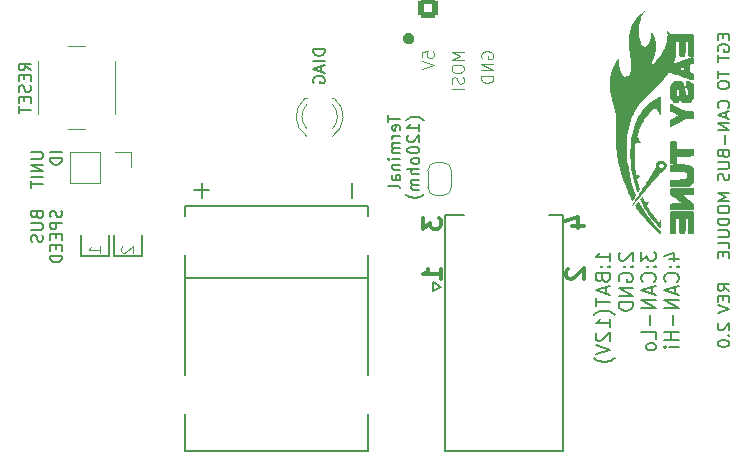
<source format=gbr>
%TF.GenerationSoftware,KiCad,Pcbnew,(7.0.0)*%
%TF.CreationDate,2025-02-23T22:01:52+09:00*%
%TF.ProjectId,EGTtoCANBus_Module,45475474-6f43-4414-9e42-75735f4d6f64,rev?*%
%TF.SameCoordinates,Original*%
%TF.FileFunction,Legend,Bot*%
%TF.FilePolarity,Positive*%
%FSLAX46Y46*%
G04 Gerber Fmt 4.6, Leading zero omitted, Abs format (unit mm)*
G04 Created by KiCad (PCBNEW (7.0.0)) date 2025-02-23 22:01:52*
%MOMM*%
%LPD*%
G01*
G04 APERTURE LIST*
G04 Aperture macros list*
%AMRoundRect*
0 Rectangle with rounded corners*
0 $1 Rounding radius*
0 $2 $3 $4 $5 $6 $7 $8 $9 X,Y pos of 4 corners*
0 Add a 4 corners polygon primitive as box body*
4,1,4,$2,$3,$4,$5,$6,$7,$8,$9,$2,$3,0*
0 Add four circle primitives for the rounded corners*
1,1,$1+$1,$2,$3*
1,1,$1+$1,$4,$5*
1,1,$1+$1,$6,$7*
1,1,$1+$1,$8,$9*
0 Add four rect primitives between the rounded corners*
20,1,$1+$1,$2,$3,$4,$5,0*
20,1,$1+$1,$4,$5,$6,$7,0*
20,1,$1+$1,$6,$7,$8,$9,0*
20,1,$1+$1,$8,$9,$2,$3,0*%
%AMFreePoly0*
4,1,19,0.500000,-0.750000,0.000000,-0.750000,0.000000,-0.744911,-0.071157,-0.744911,-0.207708,-0.704816,-0.327430,-0.627875,-0.420627,-0.520320,-0.479746,-0.390866,-0.500000,-0.250000,-0.500000,0.250000,-0.479746,0.390866,-0.420627,0.520320,-0.327430,0.627875,-0.207708,0.704816,-0.071157,0.744911,0.000000,0.744911,0.000000,0.750000,0.500000,0.750000,0.500000,-0.750000,0.500000,-0.750000,
$1*%
%AMFreePoly1*
4,1,19,0.000000,0.744911,0.071157,0.744911,0.207708,0.704816,0.327430,0.627875,0.420627,0.520320,0.479746,0.390866,0.500000,0.250000,0.500000,-0.250000,0.479746,-0.390866,0.420627,-0.520320,0.327430,-0.627875,0.207708,-0.704816,0.071157,-0.744911,0.000000,-0.744911,0.000000,-0.750000,-0.500000,-0.750000,-0.500000,0.750000,0.000000,0.750000,0.000000,0.744911,0.000000,0.744911,
$1*%
G04 Aperture macros list end*
%ADD10C,0.187500*%
%ADD11C,0.125000*%
%ADD12C,0.300000*%
%ADD13C,0.100000*%
%ADD14C,0.150000*%
%ADD15C,0.120000*%
%ADD16C,0.200000*%
%ADD17C,0.127000*%
%ADD18C,1.226200*%
%ADD19C,1.576200*%
%ADD20C,0.010000*%
%ADD21R,1.700000X1.700000*%
%ADD22O,1.700000X1.700000*%
%ADD23FreePoly0,270.000000*%
%ADD24FreePoly1,270.000000*%
%ADD25C,3.000000*%
%ADD26R,1.800000X1.800000*%
%ADD27C,1.800000*%
%ADD28C,2.859000*%
%ADD29C,2.000000*%
%ADD30RoundRect,0.250000X-0.600000X0.600000X-0.600000X-0.600000X0.600000X-0.600000X0.600000X0.600000X0*%
%ADD31C,1.700000*%
G04 APERTURE END LIST*
D10*
X201758571Y-58488095D02*
X201758571Y-58821428D01*
X202282380Y-58964285D02*
X202282380Y-58488095D01*
X202282380Y-58488095D02*
X201282380Y-58488095D01*
X201282380Y-58488095D02*
X201282380Y-58964285D01*
X201330000Y-59916666D02*
X201282380Y-59821428D01*
X201282380Y-59821428D02*
X201282380Y-59678571D01*
X201282380Y-59678571D02*
X201330000Y-59535714D01*
X201330000Y-59535714D02*
X201425238Y-59440476D01*
X201425238Y-59440476D02*
X201520476Y-59392857D01*
X201520476Y-59392857D02*
X201710952Y-59345238D01*
X201710952Y-59345238D02*
X201853809Y-59345238D01*
X201853809Y-59345238D02*
X202044285Y-59392857D01*
X202044285Y-59392857D02*
X202139523Y-59440476D01*
X202139523Y-59440476D02*
X202234761Y-59535714D01*
X202234761Y-59535714D02*
X202282380Y-59678571D01*
X202282380Y-59678571D02*
X202282380Y-59773809D01*
X202282380Y-59773809D02*
X202234761Y-59916666D01*
X202234761Y-59916666D02*
X202187142Y-59964285D01*
X202187142Y-59964285D02*
X201853809Y-59964285D01*
X201853809Y-59964285D02*
X201853809Y-59773809D01*
X201282380Y-60250000D02*
X201282380Y-60821428D01*
X202282380Y-60535714D02*
X201282380Y-60535714D01*
X201282380Y-61611905D02*
X201282380Y-62183333D01*
X202282380Y-61897619D02*
X201282380Y-61897619D01*
X201282380Y-62707143D02*
X201282380Y-62897619D01*
X201282380Y-62897619D02*
X201330000Y-62992857D01*
X201330000Y-62992857D02*
X201425238Y-63088095D01*
X201425238Y-63088095D02*
X201615714Y-63135714D01*
X201615714Y-63135714D02*
X201949047Y-63135714D01*
X201949047Y-63135714D02*
X202139523Y-63088095D01*
X202139523Y-63088095D02*
X202234761Y-62992857D01*
X202234761Y-62992857D02*
X202282380Y-62897619D01*
X202282380Y-62897619D02*
X202282380Y-62707143D01*
X202282380Y-62707143D02*
X202234761Y-62611905D01*
X202234761Y-62611905D02*
X202139523Y-62516667D01*
X202139523Y-62516667D02*
X201949047Y-62469048D01*
X201949047Y-62469048D02*
X201615714Y-62469048D01*
X201615714Y-62469048D02*
X201425238Y-62516667D01*
X201425238Y-62516667D02*
X201330000Y-62611905D01*
X201330000Y-62611905D02*
X201282380Y-62707143D01*
X202187142Y-64735714D02*
X202234761Y-64688095D01*
X202234761Y-64688095D02*
X202282380Y-64545238D01*
X202282380Y-64545238D02*
X202282380Y-64450000D01*
X202282380Y-64450000D02*
X202234761Y-64307143D01*
X202234761Y-64307143D02*
X202139523Y-64211905D01*
X202139523Y-64211905D02*
X202044285Y-64164286D01*
X202044285Y-64164286D02*
X201853809Y-64116667D01*
X201853809Y-64116667D02*
X201710952Y-64116667D01*
X201710952Y-64116667D02*
X201520476Y-64164286D01*
X201520476Y-64164286D02*
X201425238Y-64211905D01*
X201425238Y-64211905D02*
X201330000Y-64307143D01*
X201330000Y-64307143D02*
X201282380Y-64450000D01*
X201282380Y-64450000D02*
X201282380Y-64545238D01*
X201282380Y-64545238D02*
X201330000Y-64688095D01*
X201330000Y-64688095D02*
X201377619Y-64735714D01*
X201996666Y-65116667D02*
X201996666Y-65592857D01*
X202282380Y-65021429D02*
X201282380Y-65354762D01*
X201282380Y-65354762D02*
X202282380Y-65688095D01*
X202282380Y-66021429D02*
X201282380Y-66021429D01*
X201282380Y-66021429D02*
X202282380Y-66592857D01*
X202282380Y-66592857D02*
X201282380Y-66592857D01*
X201901428Y-67069048D02*
X201901428Y-67830953D01*
X201758571Y-68640476D02*
X201806190Y-68783333D01*
X201806190Y-68783333D02*
X201853809Y-68830952D01*
X201853809Y-68830952D02*
X201949047Y-68878571D01*
X201949047Y-68878571D02*
X202091904Y-68878571D01*
X202091904Y-68878571D02*
X202187142Y-68830952D01*
X202187142Y-68830952D02*
X202234761Y-68783333D01*
X202234761Y-68783333D02*
X202282380Y-68688095D01*
X202282380Y-68688095D02*
X202282380Y-68307143D01*
X202282380Y-68307143D02*
X201282380Y-68307143D01*
X201282380Y-68307143D02*
X201282380Y-68640476D01*
X201282380Y-68640476D02*
X201330000Y-68735714D01*
X201330000Y-68735714D02*
X201377619Y-68783333D01*
X201377619Y-68783333D02*
X201472857Y-68830952D01*
X201472857Y-68830952D02*
X201568095Y-68830952D01*
X201568095Y-68830952D02*
X201663333Y-68783333D01*
X201663333Y-68783333D02*
X201710952Y-68735714D01*
X201710952Y-68735714D02*
X201758571Y-68640476D01*
X201758571Y-68640476D02*
X201758571Y-68307143D01*
X201282380Y-69307143D02*
X202091904Y-69307143D01*
X202091904Y-69307143D02*
X202187142Y-69354762D01*
X202187142Y-69354762D02*
X202234761Y-69402381D01*
X202234761Y-69402381D02*
X202282380Y-69497619D01*
X202282380Y-69497619D02*
X202282380Y-69688095D01*
X202282380Y-69688095D02*
X202234761Y-69783333D01*
X202234761Y-69783333D02*
X202187142Y-69830952D01*
X202187142Y-69830952D02*
X202091904Y-69878571D01*
X202091904Y-69878571D02*
X201282380Y-69878571D01*
X202234761Y-70307143D02*
X202282380Y-70450000D01*
X202282380Y-70450000D02*
X202282380Y-70688095D01*
X202282380Y-70688095D02*
X202234761Y-70783333D01*
X202234761Y-70783333D02*
X202187142Y-70830952D01*
X202187142Y-70830952D02*
X202091904Y-70878571D01*
X202091904Y-70878571D02*
X201996666Y-70878571D01*
X201996666Y-70878571D02*
X201901428Y-70830952D01*
X201901428Y-70830952D02*
X201853809Y-70783333D01*
X201853809Y-70783333D02*
X201806190Y-70688095D01*
X201806190Y-70688095D02*
X201758571Y-70497619D01*
X201758571Y-70497619D02*
X201710952Y-70402381D01*
X201710952Y-70402381D02*
X201663333Y-70354762D01*
X201663333Y-70354762D02*
X201568095Y-70307143D01*
X201568095Y-70307143D02*
X201472857Y-70307143D01*
X201472857Y-70307143D02*
X201377619Y-70354762D01*
X201377619Y-70354762D02*
X201330000Y-70402381D01*
X201330000Y-70402381D02*
X201282380Y-70497619D01*
X201282380Y-70497619D02*
X201282380Y-70735714D01*
X201282380Y-70735714D02*
X201330000Y-70878571D01*
X202282380Y-71907143D02*
X201282380Y-71907143D01*
X201282380Y-71907143D02*
X201996666Y-72240476D01*
X201996666Y-72240476D02*
X201282380Y-72573809D01*
X201282380Y-72573809D02*
X202282380Y-72573809D01*
X201282380Y-73240476D02*
X201282380Y-73430952D01*
X201282380Y-73430952D02*
X201330000Y-73526190D01*
X201330000Y-73526190D02*
X201425238Y-73621428D01*
X201425238Y-73621428D02*
X201615714Y-73669047D01*
X201615714Y-73669047D02*
X201949047Y-73669047D01*
X201949047Y-73669047D02*
X202139523Y-73621428D01*
X202139523Y-73621428D02*
X202234761Y-73526190D01*
X202234761Y-73526190D02*
X202282380Y-73430952D01*
X202282380Y-73430952D02*
X202282380Y-73240476D01*
X202282380Y-73240476D02*
X202234761Y-73145238D01*
X202234761Y-73145238D02*
X202139523Y-73050000D01*
X202139523Y-73050000D02*
X201949047Y-73002381D01*
X201949047Y-73002381D02*
X201615714Y-73002381D01*
X201615714Y-73002381D02*
X201425238Y-73050000D01*
X201425238Y-73050000D02*
X201330000Y-73145238D01*
X201330000Y-73145238D02*
X201282380Y-73240476D01*
X202282380Y-74097619D02*
X201282380Y-74097619D01*
X201282380Y-74097619D02*
X201282380Y-74335714D01*
X201282380Y-74335714D02*
X201330000Y-74478571D01*
X201330000Y-74478571D02*
X201425238Y-74573809D01*
X201425238Y-74573809D02*
X201520476Y-74621428D01*
X201520476Y-74621428D02*
X201710952Y-74669047D01*
X201710952Y-74669047D02*
X201853809Y-74669047D01*
X201853809Y-74669047D02*
X202044285Y-74621428D01*
X202044285Y-74621428D02*
X202139523Y-74573809D01*
X202139523Y-74573809D02*
X202234761Y-74478571D01*
X202234761Y-74478571D02*
X202282380Y-74335714D01*
X202282380Y-74335714D02*
X202282380Y-74097619D01*
X201282380Y-75097619D02*
X202091904Y-75097619D01*
X202091904Y-75097619D02*
X202187142Y-75145238D01*
X202187142Y-75145238D02*
X202234761Y-75192857D01*
X202234761Y-75192857D02*
X202282380Y-75288095D01*
X202282380Y-75288095D02*
X202282380Y-75478571D01*
X202282380Y-75478571D02*
X202234761Y-75573809D01*
X202234761Y-75573809D02*
X202187142Y-75621428D01*
X202187142Y-75621428D02*
X202091904Y-75669047D01*
X202091904Y-75669047D02*
X201282380Y-75669047D01*
X202282380Y-76621428D02*
X202282380Y-76145238D01*
X202282380Y-76145238D02*
X201282380Y-76145238D01*
X201758571Y-76954762D02*
X201758571Y-77288095D01*
X202282380Y-77430952D02*
X202282380Y-76954762D01*
X202282380Y-76954762D02*
X201282380Y-76954762D01*
X201282380Y-76954762D02*
X201282380Y-77430952D01*
X202282380Y-80230952D02*
X201806190Y-79897619D01*
X202282380Y-79659524D02*
X201282380Y-79659524D01*
X201282380Y-79659524D02*
X201282380Y-80040476D01*
X201282380Y-80040476D02*
X201330000Y-80135714D01*
X201330000Y-80135714D02*
X201377619Y-80183333D01*
X201377619Y-80183333D02*
X201472857Y-80230952D01*
X201472857Y-80230952D02*
X201615714Y-80230952D01*
X201615714Y-80230952D02*
X201710952Y-80183333D01*
X201710952Y-80183333D02*
X201758571Y-80135714D01*
X201758571Y-80135714D02*
X201806190Y-80040476D01*
X201806190Y-80040476D02*
X201806190Y-79659524D01*
X201758571Y-80659524D02*
X201758571Y-80992857D01*
X202282380Y-81135714D02*
X202282380Y-80659524D01*
X202282380Y-80659524D02*
X201282380Y-80659524D01*
X201282380Y-80659524D02*
X201282380Y-81135714D01*
X201282380Y-81421429D02*
X202282380Y-81754762D01*
X202282380Y-81754762D02*
X201282380Y-82088095D01*
X201377619Y-82973810D02*
X201330000Y-83021429D01*
X201330000Y-83021429D02*
X201282380Y-83116667D01*
X201282380Y-83116667D02*
X201282380Y-83354762D01*
X201282380Y-83354762D02*
X201330000Y-83450000D01*
X201330000Y-83450000D02*
X201377619Y-83497619D01*
X201377619Y-83497619D02*
X201472857Y-83545238D01*
X201472857Y-83545238D02*
X201568095Y-83545238D01*
X201568095Y-83545238D02*
X201710952Y-83497619D01*
X201710952Y-83497619D02*
X202282380Y-82926191D01*
X202282380Y-82926191D02*
X202282380Y-83545238D01*
X202187142Y-83973810D02*
X202234761Y-84021429D01*
X202234761Y-84021429D02*
X202282380Y-83973810D01*
X202282380Y-83973810D02*
X202234761Y-83926191D01*
X202234761Y-83926191D02*
X202187142Y-83973810D01*
X202187142Y-83973810D02*
X202282380Y-83973810D01*
X201282380Y-84640476D02*
X201282380Y-84735714D01*
X201282380Y-84735714D02*
X201330000Y-84830952D01*
X201330000Y-84830952D02*
X201377619Y-84878571D01*
X201377619Y-84878571D02*
X201472857Y-84926190D01*
X201472857Y-84926190D02*
X201663333Y-84973809D01*
X201663333Y-84973809D02*
X201901428Y-84973809D01*
X201901428Y-84973809D02*
X202091904Y-84926190D01*
X202091904Y-84926190D02*
X202187142Y-84878571D01*
X202187142Y-84878571D02*
X202234761Y-84830952D01*
X202234761Y-84830952D02*
X202282380Y-84735714D01*
X202282380Y-84735714D02*
X202282380Y-84640476D01*
X202282380Y-84640476D02*
X202234761Y-84545238D01*
X202234761Y-84545238D02*
X202187142Y-84497619D01*
X202187142Y-84497619D02*
X202091904Y-84450000D01*
X202091904Y-84450000D02*
X201901428Y-84402381D01*
X201901428Y-84402381D02*
X201663333Y-84402381D01*
X201663333Y-84402381D02*
X201472857Y-84450000D01*
X201472857Y-84450000D02*
X201377619Y-84497619D01*
X201377619Y-84497619D02*
X201330000Y-84545238D01*
X201330000Y-84545238D02*
X201282380Y-84640476D01*
D11*
X179782380Y-59988095D02*
X178782380Y-59988095D01*
X178782380Y-59988095D02*
X179496666Y-60321428D01*
X179496666Y-60321428D02*
X178782380Y-60654761D01*
X178782380Y-60654761D02*
X179782380Y-60654761D01*
X178782380Y-61321428D02*
X178782380Y-61511904D01*
X178782380Y-61511904D02*
X178830000Y-61607142D01*
X178830000Y-61607142D02*
X178925238Y-61702380D01*
X178925238Y-61702380D02*
X179115714Y-61749999D01*
X179115714Y-61749999D02*
X179449047Y-61749999D01*
X179449047Y-61749999D02*
X179639523Y-61702380D01*
X179639523Y-61702380D02*
X179734761Y-61607142D01*
X179734761Y-61607142D02*
X179782380Y-61511904D01*
X179782380Y-61511904D02*
X179782380Y-61321428D01*
X179782380Y-61321428D02*
X179734761Y-61226190D01*
X179734761Y-61226190D02*
X179639523Y-61130952D01*
X179639523Y-61130952D02*
X179449047Y-61083333D01*
X179449047Y-61083333D02*
X179115714Y-61083333D01*
X179115714Y-61083333D02*
X178925238Y-61130952D01*
X178925238Y-61130952D02*
X178830000Y-61226190D01*
X178830000Y-61226190D02*
X178782380Y-61321428D01*
X179734761Y-62130952D02*
X179782380Y-62273809D01*
X179782380Y-62273809D02*
X179782380Y-62511904D01*
X179782380Y-62511904D02*
X179734761Y-62607142D01*
X179734761Y-62607142D02*
X179687142Y-62654761D01*
X179687142Y-62654761D02*
X179591904Y-62702380D01*
X179591904Y-62702380D02*
X179496666Y-62702380D01*
X179496666Y-62702380D02*
X179401428Y-62654761D01*
X179401428Y-62654761D02*
X179353809Y-62607142D01*
X179353809Y-62607142D02*
X179306190Y-62511904D01*
X179306190Y-62511904D02*
X179258571Y-62321428D01*
X179258571Y-62321428D02*
X179210952Y-62226190D01*
X179210952Y-62226190D02*
X179163333Y-62178571D01*
X179163333Y-62178571D02*
X179068095Y-62130952D01*
X179068095Y-62130952D02*
X178972857Y-62130952D01*
X178972857Y-62130952D02*
X178877619Y-62178571D01*
X178877619Y-62178571D02*
X178830000Y-62226190D01*
X178830000Y-62226190D02*
X178782380Y-62321428D01*
X178782380Y-62321428D02*
X178782380Y-62559523D01*
X178782380Y-62559523D02*
X178830000Y-62702380D01*
X179782380Y-63130952D02*
X178782380Y-63130952D01*
D10*
X143162380Y-68488095D02*
X143971904Y-68488095D01*
X143971904Y-68488095D02*
X144067142Y-68535714D01*
X144067142Y-68535714D02*
X144114761Y-68583333D01*
X144114761Y-68583333D02*
X144162380Y-68678571D01*
X144162380Y-68678571D02*
X144162380Y-68869047D01*
X144162380Y-68869047D02*
X144114761Y-68964285D01*
X144114761Y-68964285D02*
X144067142Y-69011904D01*
X144067142Y-69011904D02*
X143971904Y-69059523D01*
X143971904Y-69059523D02*
X143162380Y-69059523D01*
X144162380Y-69535714D02*
X143162380Y-69535714D01*
X143162380Y-69535714D02*
X144162380Y-70107142D01*
X144162380Y-70107142D02*
X143162380Y-70107142D01*
X144162380Y-70583333D02*
X143162380Y-70583333D01*
X143162380Y-70916666D02*
X143162380Y-71488094D01*
X144162380Y-71202380D02*
X143162380Y-71202380D01*
X145782380Y-68488095D02*
X144782380Y-68488095D01*
X145782380Y-68964285D02*
X144782380Y-68964285D01*
X144782380Y-68964285D02*
X144782380Y-69202380D01*
X144782380Y-69202380D02*
X144830000Y-69345237D01*
X144830000Y-69345237D02*
X144925238Y-69440475D01*
X144925238Y-69440475D02*
X145020476Y-69488094D01*
X145020476Y-69488094D02*
X145210952Y-69535713D01*
X145210952Y-69535713D02*
X145353809Y-69535713D01*
X145353809Y-69535713D02*
X145544285Y-69488094D01*
X145544285Y-69488094D02*
X145639523Y-69440475D01*
X145639523Y-69440475D02*
X145734761Y-69345237D01*
X145734761Y-69345237D02*
X145782380Y-69202380D01*
X145782380Y-69202380D02*
X145782380Y-68964285D01*
X173412380Y-65345238D02*
X173412380Y-65916666D01*
X174412380Y-65630952D02*
X173412380Y-65630952D01*
X174364761Y-66630952D02*
X174412380Y-66535714D01*
X174412380Y-66535714D02*
X174412380Y-66345238D01*
X174412380Y-66345238D02*
X174364761Y-66250000D01*
X174364761Y-66250000D02*
X174269523Y-66202381D01*
X174269523Y-66202381D02*
X173888571Y-66202381D01*
X173888571Y-66202381D02*
X173793333Y-66250000D01*
X173793333Y-66250000D02*
X173745714Y-66345238D01*
X173745714Y-66345238D02*
X173745714Y-66535714D01*
X173745714Y-66535714D02*
X173793333Y-66630952D01*
X173793333Y-66630952D02*
X173888571Y-66678571D01*
X173888571Y-66678571D02*
X173983809Y-66678571D01*
X173983809Y-66678571D02*
X174079047Y-66202381D01*
X174412380Y-67107143D02*
X173745714Y-67107143D01*
X173936190Y-67107143D02*
X173840952Y-67154762D01*
X173840952Y-67154762D02*
X173793333Y-67202381D01*
X173793333Y-67202381D02*
X173745714Y-67297619D01*
X173745714Y-67297619D02*
X173745714Y-67392857D01*
X174412380Y-67726191D02*
X173745714Y-67726191D01*
X173840952Y-67726191D02*
X173793333Y-67773810D01*
X173793333Y-67773810D02*
X173745714Y-67869048D01*
X173745714Y-67869048D02*
X173745714Y-68011905D01*
X173745714Y-68011905D02*
X173793333Y-68107143D01*
X173793333Y-68107143D02*
X173888571Y-68154762D01*
X173888571Y-68154762D02*
X174412380Y-68154762D01*
X173888571Y-68154762D02*
X173793333Y-68202381D01*
X173793333Y-68202381D02*
X173745714Y-68297619D01*
X173745714Y-68297619D02*
X173745714Y-68440476D01*
X173745714Y-68440476D02*
X173793333Y-68535715D01*
X173793333Y-68535715D02*
X173888571Y-68583334D01*
X173888571Y-68583334D02*
X174412380Y-68583334D01*
X174412380Y-69059524D02*
X173745714Y-69059524D01*
X173412380Y-69059524D02*
X173460000Y-69011905D01*
X173460000Y-69011905D02*
X173507619Y-69059524D01*
X173507619Y-69059524D02*
X173460000Y-69107143D01*
X173460000Y-69107143D02*
X173412380Y-69059524D01*
X173412380Y-69059524D02*
X173507619Y-69059524D01*
X173745714Y-69535714D02*
X174412380Y-69535714D01*
X173840952Y-69535714D02*
X173793333Y-69583333D01*
X173793333Y-69583333D02*
X173745714Y-69678571D01*
X173745714Y-69678571D02*
X173745714Y-69821428D01*
X173745714Y-69821428D02*
X173793333Y-69916666D01*
X173793333Y-69916666D02*
X173888571Y-69964285D01*
X173888571Y-69964285D02*
X174412380Y-69964285D01*
X174412380Y-70869047D02*
X173888571Y-70869047D01*
X173888571Y-70869047D02*
X173793333Y-70821428D01*
X173793333Y-70821428D02*
X173745714Y-70726190D01*
X173745714Y-70726190D02*
X173745714Y-70535714D01*
X173745714Y-70535714D02*
X173793333Y-70440476D01*
X174364761Y-70869047D02*
X174412380Y-70773809D01*
X174412380Y-70773809D02*
X174412380Y-70535714D01*
X174412380Y-70535714D02*
X174364761Y-70440476D01*
X174364761Y-70440476D02*
X174269523Y-70392857D01*
X174269523Y-70392857D02*
X174174285Y-70392857D01*
X174174285Y-70392857D02*
X174079047Y-70440476D01*
X174079047Y-70440476D02*
X174031428Y-70535714D01*
X174031428Y-70535714D02*
X174031428Y-70773809D01*
X174031428Y-70773809D02*
X173983809Y-70869047D01*
X174412380Y-71488095D02*
X174364761Y-71392857D01*
X174364761Y-71392857D02*
X174269523Y-71345238D01*
X174269523Y-71345238D02*
X173412380Y-71345238D01*
X176413333Y-65773809D02*
X176365714Y-65726190D01*
X176365714Y-65726190D02*
X176222857Y-65630952D01*
X176222857Y-65630952D02*
X176127619Y-65583333D01*
X176127619Y-65583333D02*
X175984761Y-65535714D01*
X175984761Y-65535714D02*
X175746666Y-65488095D01*
X175746666Y-65488095D02*
X175556190Y-65488095D01*
X175556190Y-65488095D02*
X175318095Y-65535714D01*
X175318095Y-65535714D02*
X175175238Y-65583333D01*
X175175238Y-65583333D02*
X175080000Y-65630952D01*
X175080000Y-65630952D02*
X174937142Y-65726190D01*
X174937142Y-65726190D02*
X174889523Y-65773809D01*
X176032380Y-66678571D02*
X176032380Y-66107143D01*
X176032380Y-66392857D02*
X175032380Y-66392857D01*
X175032380Y-66392857D02*
X175175238Y-66297619D01*
X175175238Y-66297619D02*
X175270476Y-66202381D01*
X175270476Y-66202381D02*
X175318095Y-66107143D01*
X175127619Y-67059524D02*
X175080000Y-67107143D01*
X175080000Y-67107143D02*
X175032380Y-67202381D01*
X175032380Y-67202381D02*
X175032380Y-67440476D01*
X175032380Y-67440476D02*
X175080000Y-67535714D01*
X175080000Y-67535714D02*
X175127619Y-67583333D01*
X175127619Y-67583333D02*
X175222857Y-67630952D01*
X175222857Y-67630952D02*
X175318095Y-67630952D01*
X175318095Y-67630952D02*
X175460952Y-67583333D01*
X175460952Y-67583333D02*
X176032380Y-67011905D01*
X176032380Y-67011905D02*
X176032380Y-67630952D01*
X175032380Y-68250000D02*
X175032380Y-68345238D01*
X175032380Y-68345238D02*
X175080000Y-68440476D01*
X175080000Y-68440476D02*
X175127619Y-68488095D01*
X175127619Y-68488095D02*
X175222857Y-68535714D01*
X175222857Y-68535714D02*
X175413333Y-68583333D01*
X175413333Y-68583333D02*
X175651428Y-68583333D01*
X175651428Y-68583333D02*
X175841904Y-68535714D01*
X175841904Y-68535714D02*
X175937142Y-68488095D01*
X175937142Y-68488095D02*
X175984761Y-68440476D01*
X175984761Y-68440476D02*
X176032380Y-68345238D01*
X176032380Y-68345238D02*
X176032380Y-68250000D01*
X176032380Y-68250000D02*
X175984761Y-68154762D01*
X175984761Y-68154762D02*
X175937142Y-68107143D01*
X175937142Y-68107143D02*
X175841904Y-68059524D01*
X175841904Y-68059524D02*
X175651428Y-68011905D01*
X175651428Y-68011905D02*
X175413333Y-68011905D01*
X175413333Y-68011905D02*
X175222857Y-68059524D01*
X175222857Y-68059524D02*
X175127619Y-68107143D01*
X175127619Y-68107143D02*
X175080000Y-68154762D01*
X175080000Y-68154762D02*
X175032380Y-68250000D01*
X176032380Y-69154762D02*
X175984761Y-69059524D01*
X175984761Y-69059524D02*
X175937142Y-69011905D01*
X175937142Y-69011905D02*
X175841904Y-68964286D01*
X175841904Y-68964286D02*
X175556190Y-68964286D01*
X175556190Y-68964286D02*
X175460952Y-69011905D01*
X175460952Y-69011905D02*
X175413333Y-69059524D01*
X175413333Y-69059524D02*
X175365714Y-69154762D01*
X175365714Y-69154762D02*
X175365714Y-69297619D01*
X175365714Y-69297619D02*
X175413333Y-69392857D01*
X175413333Y-69392857D02*
X175460952Y-69440476D01*
X175460952Y-69440476D02*
X175556190Y-69488095D01*
X175556190Y-69488095D02*
X175841904Y-69488095D01*
X175841904Y-69488095D02*
X175937142Y-69440476D01*
X175937142Y-69440476D02*
X175984761Y-69392857D01*
X175984761Y-69392857D02*
X176032380Y-69297619D01*
X176032380Y-69297619D02*
X176032380Y-69154762D01*
X176032380Y-69916667D02*
X175032380Y-69916667D01*
X176032380Y-70345238D02*
X175508571Y-70345238D01*
X175508571Y-70345238D02*
X175413333Y-70297619D01*
X175413333Y-70297619D02*
X175365714Y-70202381D01*
X175365714Y-70202381D02*
X175365714Y-70059524D01*
X175365714Y-70059524D02*
X175413333Y-69964286D01*
X175413333Y-69964286D02*
X175460952Y-69916667D01*
X176032380Y-70821429D02*
X175365714Y-70821429D01*
X175460952Y-70821429D02*
X175413333Y-70869048D01*
X175413333Y-70869048D02*
X175365714Y-70964286D01*
X175365714Y-70964286D02*
X175365714Y-71107143D01*
X175365714Y-71107143D02*
X175413333Y-71202381D01*
X175413333Y-71202381D02*
X175508571Y-71250000D01*
X175508571Y-71250000D02*
X176032380Y-71250000D01*
X175508571Y-71250000D02*
X175413333Y-71297619D01*
X175413333Y-71297619D02*
X175365714Y-71392857D01*
X175365714Y-71392857D02*
X175365714Y-71535714D01*
X175365714Y-71535714D02*
X175413333Y-71630953D01*
X175413333Y-71630953D02*
X175508571Y-71678572D01*
X175508571Y-71678572D02*
X176032380Y-71678572D01*
X176413333Y-72059524D02*
X176365714Y-72107143D01*
X176365714Y-72107143D02*
X176222857Y-72202381D01*
X176222857Y-72202381D02*
X176127619Y-72250000D01*
X176127619Y-72250000D02*
X175984761Y-72297619D01*
X175984761Y-72297619D02*
X175746666Y-72345238D01*
X175746666Y-72345238D02*
X175556190Y-72345238D01*
X175556190Y-72345238D02*
X175318095Y-72297619D01*
X175318095Y-72297619D02*
X175175238Y-72250000D01*
X175175238Y-72250000D02*
X175080000Y-72202381D01*
X175080000Y-72202381D02*
X174937142Y-72107143D01*
X174937142Y-72107143D02*
X174889523Y-72059524D01*
D11*
X176282380Y-60464285D02*
X176282380Y-59988095D01*
X176282380Y-59988095D02*
X176758571Y-59940476D01*
X176758571Y-59940476D02*
X176710952Y-59988095D01*
X176710952Y-59988095D02*
X176663333Y-60083333D01*
X176663333Y-60083333D02*
X176663333Y-60321428D01*
X176663333Y-60321428D02*
X176710952Y-60416666D01*
X176710952Y-60416666D02*
X176758571Y-60464285D01*
X176758571Y-60464285D02*
X176853809Y-60511904D01*
X176853809Y-60511904D02*
X177091904Y-60511904D01*
X177091904Y-60511904D02*
X177187142Y-60464285D01*
X177187142Y-60464285D02*
X177234761Y-60416666D01*
X177234761Y-60416666D02*
X177282380Y-60321428D01*
X177282380Y-60321428D02*
X177282380Y-60083333D01*
X177282380Y-60083333D02*
X177234761Y-59988095D01*
X177234761Y-59988095D02*
X177187142Y-59940476D01*
X176282380Y-60797619D02*
X177282380Y-61130952D01*
X177282380Y-61130952D02*
X176282380Y-61464285D01*
X181330000Y-60511904D02*
X181282380Y-60416666D01*
X181282380Y-60416666D02*
X181282380Y-60273809D01*
X181282380Y-60273809D02*
X181330000Y-60130952D01*
X181330000Y-60130952D02*
X181425238Y-60035714D01*
X181425238Y-60035714D02*
X181520476Y-59988095D01*
X181520476Y-59988095D02*
X181710952Y-59940476D01*
X181710952Y-59940476D02*
X181853809Y-59940476D01*
X181853809Y-59940476D02*
X182044285Y-59988095D01*
X182044285Y-59988095D02*
X182139523Y-60035714D01*
X182139523Y-60035714D02*
X182234761Y-60130952D01*
X182234761Y-60130952D02*
X182282380Y-60273809D01*
X182282380Y-60273809D02*
X182282380Y-60369047D01*
X182282380Y-60369047D02*
X182234761Y-60511904D01*
X182234761Y-60511904D02*
X182187142Y-60559523D01*
X182187142Y-60559523D02*
X181853809Y-60559523D01*
X181853809Y-60559523D02*
X181853809Y-60369047D01*
X182282380Y-60988095D02*
X181282380Y-60988095D01*
X181282380Y-60988095D02*
X182282380Y-61559523D01*
X182282380Y-61559523D02*
X181282380Y-61559523D01*
X182282380Y-62035714D02*
X181282380Y-62035714D01*
X181282380Y-62035714D02*
X181282380Y-62273809D01*
X181282380Y-62273809D02*
X181330000Y-62416666D01*
X181330000Y-62416666D02*
X181425238Y-62511904D01*
X181425238Y-62511904D02*
X181520476Y-62559523D01*
X181520476Y-62559523D02*
X181710952Y-62607142D01*
X181710952Y-62607142D02*
X181853809Y-62607142D01*
X181853809Y-62607142D02*
X182044285Y-62559523D01*
X182044285Y-62559523D02*
X182139523Y-62511904D01*
X182139523Y-62511904D02*
X182234761Y-62416666D01*
X182234761Y-62416666D02*
X182282380Y-62273809D01*
X182282380Y-62273809D02*
X182282380Y-62035714D01*
D12*
X177873571Y-79242857D02*
X177873571Y-78385714D01*
X177873571Y-78814285D02*
X176373571Y-78814285D01*
X176373571Y-78814285D02*
X176587857Y-78671428D01*
X176587857Y-78671428D02*
X176730714Y-78528571D01*
X176730714Y-78528571D02*
X176802142Y-78385714D01*
D10*
X168032380Y-59738095D02*
X167032380Y-59738095D01*
X167032380Y-59738095D02*
X167032380Y-59976190D01*
X167032380Y-59976190D02*
X167080000Y-60119047D01*
X167080000Y-60119047D02*
X167175238Y-60214285D01*
X167175238Y-60214285D02*
X167270476Y-60261904D01*
X167270476Y-60261904D02*
X167460952Y-60309523D01*
X167460952Y-60309523D02*
X167603809Y-60309523D01*
X167603809Y-60309523D02*
X167794285Y-60261904D01*
X167794285Y-60261904D02*
X167889523Y-60214285D01*
X167889523Y-60214285D02*
X167984761Y-60119047D01*
X167984761Y-60119047D02*
X168032380Y-59976190D01*
X168032380Y-59976190D02*
X168032380Y-59738095D01*
X168032380Y-60738095D02*
X167032380Y-60738095D01*
X167746666Y-61166666D02*
X167746666Y-61642856D01*
X168032380Y-61071428D02*
X167032380Y-61404761D01*
X167032380Y-61404761D02*
X168032380Y-61738094D01*
X167080000Y-62595237D02*
X167032380Y-62499999D01*
X167032380Y-62499999D02*
X167032380Y-62357142D01*
X167032380Y-62357142D02*
X167080000Y-62214285D01*
X167080000Y-62214285D02*
X167175238Y-62119047D01*
X167175238Y-62119047D02*
X167270476Y-62071428D01*
X167270476Y-62071428D02*
X167460952Y-62023809D01*
X167460952Y-62023809D02*
X167603809Y-62023809D01*
X167603809Y-62023809D02*
X167794285Y-62071428D01*
X167794285Y-62071428D02*
X167889523Y-62119047D01*
X167889523Y-62119047D02*
X167984761Y-62214285D01*
X167984761Y-62214285D02*
X168032380Y-62357142D01*
X168032380Y-62357142D02*
X168032380Y-62452380D01*
X168032380Y-62452380D02*
X167984761Y-62595237D01*
X167984761Y-62595237D02*
X167937142Y-62642856D01*
X167937142Y-62642856D02*
X167603809Y-62642856D01*
X167603809Y-62642856D02*
X167603809Y-62452380D01*
D12*
X176373571Y-74044285D02*
X176373571Y-74972857D01*
X176373571Y-74972857D02*
X176945000Y-74472857D01*
X176945000Y-74472857D02*
X176945000Y-74687142D01*
X176945000Y-74687142D02*
X177016428Y-74830000D01*
X177016428Y-74830000D02*
X177087857Y-74901428D01*
X177087857Y-74901428D02*
X177230714Y-74972857D01*
X177230714Y-74972857D02*
X177587857Y-74972857D01*
X177587857Y-74972857D02*
X177730714Y-74901428D01*
X177730714Y-74901428D02*
X177802142Y-74830000D01*
X177802142Y-74830000D02*
X177873571Y-74687142D01*
X177873571Y-74687142D02*
X177873571Y-74258571D01*
X177873571Y-74258571D02*
X177802142Y-74115714D01*
X177802142Y-74115714D02*
X177730714Y-74044285D01*
D10*
X143638571Y-73821428D02*
X143686190Y-73964285D01*
X143686190Y-73964285D02*
X143733809Y-74011904D01*
X143733809Y-74011904D02*
X143829047Y-74059523D01*
X143829047Y-74059523D02*
X143971904Y-74059523D01*
X143971904Y-74059523D02*
X144067142Y-74011904D01*
X144067142Y-74011904D02*
X144114761Y-73964285D01*
X144114761Y-73964285D02*
X144162380Y-73869047D01*
X144162380Y-73869047D02*
X144162380Y-73488095D01*
X144162380Y-73488095D02*
X143162380Y-73488095D01*
X143162380Y-73488095D02*
X143162380Y-73821428D01*
X143162380Y-73821428D02*
X143210000Y-73916666D01*
X143210000Y-73916666D02*
X143257619Y-73964285D01*
X143257619Y-73964285D02*
X143352857Y-74011904D01*
X143352857Y-74011904D02*
X143448095Y-74011904D01*
X143448095Y-74011904D02*
X143543333Y-73964285D01*
X143543333Y-73964285D02*
X143590952Y-73916666D01*
X143590952Y-73916666D02*
X143638571Y-73821428D01*
X143638571Y-73821428D02*
X143638571Y-73488095D01*
X143162380Y-74488095D02*
X143971904Y-74488095D01*
X143971904Y-74488095D02*
X144067142Y-74535714D01*
X144067142Y-74535714D02*
X144114761Y-74583333D01*
X144114761Y-74583333D02*
X144162380Y-74678571D01*
X144162380Y-74678571D02*
X144162380Y-74869047D01*
X144162380Y-74869047D02*
X144114761Y-74964285D01*
X144114761Y-74964285D02*
X144067142Y-75011904D01*
X144067142Y-75011904D02*
X143971904Y-75059523D01*
X143971904Y-75059523D02*
X143162380Y-75059523D01*
X144114761Y-75488095D02*
X144162380Y-75630952D01*
X144162380Y-75630952D02*
X144162380Y-75869047D01*
X144162380Y-75869047D02*
X144114761Y-75964285D01*
X144114761Y-75964285D02*
X144067142Y-76011904D01*
X144067142Y-76011904D02*
X143971904Y-76059523D01*
X143971904Y-76059523D02*
X143876666Y-76059523D01*
X143876666Y-76059523D02*
X143781428Y-76011904D01*
X143781428Y-76011904D02*
X143733809Y-75964285D01*
X143733809Y-75964285D02*
X143686190Y-75869047D01*
X143686190Y-75869047D02*
X143638571Y-75678571D01*
X143638571Y-75678571D02*
X143590952Y-75583333D01*
X143590952Y-75583333D02*
X143543333Y-75535714D01*
X143543333Y-75535714D02*
X143448095Y-75488095D01*
X143448095Y-75488095D02*
X143352857Y-75488095D01*
X143352857Y-75488095D02*
X143257619Y-75535714D01*
X143257619Y-75535714D02*
X143210000Y-75583333D01*
X143210000Y-75583333D02*
X143162380Y-75678571D01*
X143162380Y-75678571D02*
X143162380Y-75916666D01*
X143162380Y-75916666D02*
X143210000Y-76059523D01*
X145734761Y-73440476D02*
X145782380Y-73583333D01*
X145782380Y-73583333D02*
X145782380Y-73821428D01*
X145782380Y-73821428D02*
X145734761Y-73916666D01*
X145734761Y-73916666D02*
X145687142Y-73964285D01*
X145687142Y-73964285D02*
X145591904Y-74011904D01*
X145591904Y-74011904D02*
X145496666Y-74011904D01*
X145496666Y-74011904D02*
X145401428Y-73964285D01*
X145401428Y-73964285D02*
X145353809Y-73916666D01*
X145353809Y-73916666D02*
X145306190Y-73821428D01*
X145306190Y-73821428D02*
X145258571Y-73630952D01*
X145258571Y-73630952D02*
X145210952Y-73535714D01*
X145210952Y-73535714D02*
X145163333Y-73488095D01*
X145163333Y-73488095D02*
X145068095Y-73440476D01*
X145068095Y-73440476D02*
X144972857Y-73440476D01*
X144972857Y-73440476D02*
X144877619Y-73488095D01*
X144877619Y-73488095D02*
X144830000Y-73535714D01*
X144830000Y-73535714D02*
X144782380Y-73630952D01*
X144782380Y-73630952D02*
X144782380Y-73869047D01*
X144782380Y-73869047D02*
X144830000Y-74011904D01*
X145782380Y-74440476D02*
X144782380Y-74440476D01*
X144782380Y-74440476D02*
X144782380Y-74821428D01*
X144782380Y-74821428D02*
X144830000Y-74916666D01*
X144830000Y-74916666D02*
X144877619Y-74964285D01*
X144877619Y-74964285D02*
X144972857Y-75011904D01*
X144972857Y-75011904D02*
X145115714Y-75011904D01*
X145115714Y-75011904D02*
X145210952Y-74964285D01*
X145210952Y-74964285D02*
X145258571Y-74916666D01*
X145258571Y-74916666D02*
X145306190Y-74821428D01*
X145306190Y-74821428D02*
X145306190Y-74440476D01*
X145258571Y-75440476D02*
X145258571Y-75773809D01*
X145782380Y-75916666D02*
X145782380Y-75440476D01*
X145782380Y-75440476D02*
X144782380Y-75440476D01*
X144782380Y-75440476D02*
X144782380Y-75916666D01*
X145258571Y-76345238D02*
X145258571Y-76678571D01*
X145782380Y-76821428D02*
X145782380Y-76345238D01*
X145782380Y-76345238D02*
X144782380Y-76345238D01*
X144782380Y-76345238D02*
X144782380Y-76821428D01*
X145782380Y-77250000D02*
X144782380Y-77250000D01*
X144782380Y-77250000D02*
X144782380Y-77488095D01*
X144782380Y-77488095D02*
X144830000Y-77630952D01*
X144830000Y-77630952D02*
X144925238Y-77726190D01*
X144925238Y-77726190D02*
X145020476Y-77773809D01*
X145020476Y-77773809D02*
X145210952Y-77821428D01*
X145210952Y-77821428D02*
X145353809Y-77821428D01*
X145353809Y-77821428D02*
X145544285Y-77773809D01*
X145544285Y-77773809D02*
X145639523Y-77726190D01*
X145639523Y-77726190D02*
X145734761Y-77630952D01*
X145734761Y-77630952D02*
X145782380Y-77488095D01*
X145782380Y-77488095D02*
X145782380Y-77250000D01*
X192156857Y-77664285D02*
X192156857Y-76978571D01*
X192156857Y-77321428D02*
X190956857Y-77321428D01*
X190956857Y-77321428D02*
X191128285Y-77207142D01*
X191128285Y-77207142D02*
X191242571Y-77092857D01*
X191242571Y-77092857D02*
X191299714Y-76978571D01*
X192042571Y-78178571D02*
X192099714Y-78235714D01*
X192099714Y-78235714D02*
X192156857Y-78178571D01*
X192156857Y-78178571D02*
X192099714Y-78121428D01*
X192099714Y-78121428D02*
X192042571Y-78178571D01*
X192042571Y-78178571D02*
X192156857Y-78178571D01*
X191414000Y-78178571D02*
X191471142Y-78235714D01*
X191471142Y-78235714D02*
X191528285Y-78178571D01*
X191528285Y-78178571D02*
X191471142Y-78121428D01*
X191471142Y-78121428D02*
X191414000Y-78178571D01*
X191414000Y-78178571D02*
X191528285Y-78178571D01*
X191528285Y-79150000D02*
X191585428Y-79321428D01*
X191585428Y-79321428D02*
X191642571Y-79378571D01*
X191642571Y-79378571D02*
X191756857Y-79435714D01*
X191756857Y-79435714D02*
X191928285Y-79435714D01*
X191928285Y-79435714D02*
X192042571Y-79378571D01*
X192042571Y-79378571D02*
X192099714Y-79321428D01*
X192099714Y-79321428D02*
X192156857Y-79207143D01*
X192156857Y-79207143D02*
X192156857Y-78750000D01*
X192156857Y-78750000D02*
X190956857Y-78750000D01*
X190956857Y-78750000D02*
X190956857Y-79150000D01*
X190956857Y-79150000D02*
X191014000Y-79264286D01*
X191014000Y-79264286D02*
X191071142Y-79321428D01*
X191071142Y-79321428D02*
X191185428Y-79378571D01*
X191185428Y-79378571D02*
X191299714Y-79378571D01*
X191299714Y-79378571D02*
X191414000Y-79321428D01*
X191414000Y-79321428D02*
X191471142Y-79264286D01*
X191471142Y-79264286D02*
X191528285Y-79150000D01*
X191528285Y-79150000D02*
X191528285Y-78750000D01*
X191814000Y-79892857D02*
X191814000Y-80464286D01*
X192156857Y-79778571D02*
X190956857Y-80178571D01*
X190956857Y-80178571D02*
X192156857Y-80578571D01*
X190956857Y-80807142D02*
X190956857Y-81492857D01*
X192156857Y-81149999D02*
X190956857Y-81149999D01*
X192614000Y-82235714D02*
X192556857Y-82178571D01*
X192556857Y-82178571D02*
X192385428Y-82064285D01*
X192385428Y-82064285D02*
X192271142Y-82007143D01*
X192271142Y-82007143D02*
X192099714Y-81950000D01*
X192099714Y-81950000D02*
X191814000Y-81892857D01*
X191814000Y-81892857D02*
X191585428Y-81892857D01*
X191585428Y-81892857D02*
X191299714Y-81950000D01*
X191299714Y-81950000D02*
X191128285Y-82007143D01*
X191128285Y-82007143D02*
X191014000Y-82064285D01*
X191014000Y-82064285D02*
X190842571Y-82178571D01*
X190842571Y-82178571D02*
X190785428Y-82235714D01*
X192156857Y-83321428D02*
X192156857Y-82635714D01*
X192156857Y-82978571D02*
X190956857Y-82978571D01*
X190956857Y-82978571D02*
X191128285Y-82864285D01*
X191128285Y-82864285D02*
X191242571Y-82750000D01*
X191242571Y-82750000D02*
X191299714Y-82635714D01*
X191071142Y-83778571D02*
X191014000Y-83835714D01*
X191014000Y-83835714D02*
X190956857Y-83950000D01*
X190956857Y-83950000D02*
X190956857Y-84235714D01*
X190956857Y-84235714D02*
X191014000Y-84350000D01*
X191014000Y-84350000D02*
X191071142Y-84407142D01*
X191071142Y-84407142D02*
X191185428Y-84464285D01*
X191185428Y-84464285D02*
X191299714Y-84464285D01*
X191299714Y-84464285D02*
X191471142Y-84407142D01*
X191471142Y-84407142D02*
X192156857Y-83721428D01*
X192156857Y-83721428D02*
X192156857Y-84464285D01*
X190956857Y-84807142D02*
X192156857Y-85207142D01*
X192156857Y-85207142D02*
X190956857Y-85607142D01*
X192614000Y-85892856D02*
X192556857Y-85949999D01*
X192556857Y-85949999D02*
X192385428Y-86064285D01*
X192385428Y-86064285D02*
X192271142Y-86121428D01*
X192271142Y-86121428D02*
X192099714Y-86178570D01*
X192099714Y-86178570D02*
X191814000Y-86235713D01*
X191814000Y-86235713D02*
X191585428Y-86235713D01*
X191585428Y-86235713D02*
X191299714Y-86178570D01*
X191299714Y-86178570D02*
X191128285Y-86121428D01*
X191128285Y-86121428D02*
X191014000Y-86064285D01*
X191014000Y-86064285D02*
X190842571Y-85949999D01*
X190842571Y-85949999D02*
X190785428Y-85892856D01*
X193015142Y-76978571D02*
X192958000Y-77035714D01*
X192958000Y-77035714D02*
X192900857Y-77150000D01*
X192900857Y-77150000D02*
X192900857Y-77435714D01*
X192900857Y-77435714D02*
X192958000Y-77550000D01*
X192958000Y-77550000D02*
X193015142Y-77607142D01*
X193015142Y-77607142D02*
X193129428Y-77664285D01*
X193129428Y-77664285D02*
X193243714Y-77664285D01*
X193243714Y-77664285D02*
X193415142Y-77607142D01*
X193415142Y-77607142D02*
X194100857Y-76921428D01*
X194100857Y-76921428D02*
X194100857Y-77664285D01*
X193986571Y-78178571D02*
X194043714Y-78235714D01*
X194043714Y-78235714D02*
X194100857Y-78178571D01*
X194100857Y-78178571D02*
X194043714Y-78121428D01*
X194043714Y-78121428D02*
X193986571Y-78178571D01*
X193986571Y-78178571D02*
X194100857Y-78178571D01*
X193358000Y-78178571D02*
X193415142Y-78235714D01*
X193415142Y-78235714D02*
X193472285Y-78178571D01*
X193472285Y-78178571D02*
X193415142Y-78121428D01*
X193415142Y-78121428D02*
X193358000Y-78178571D01*
X193358000Y-78178571D02*
X193472285Y-78178571D01*
X192958000Y-79378571D02*
X192900857Y-79264286D01*
X192900857Y-79264286D02*
X192900857Y-79092857D01*
X192900857Y-79092857D02*
X192958000Y-78921428D01*
X192958000Y-78921428D02*
X193072285Y-78807143D01*
X193072285Y-78807143D02*
X193186571Y-78750000D01*
X193186571Y-78750000D02*
X193415142Y-78692857D01*
X193415142Y-78692857D02*
X193586571Y-78692857D01*
X193586571Y-78692857D02*
X193815142Y-78750000D01*
X193815142Y-78750000D02*
X193929428Y-78807143D01*
X193929428Y-78807143D02*
X194043714Y-78921428D01*
X194043714Y-78921428D02*
X194100857Y-79092857D01*
X194100857Y-79092857D02*
X194100857Y-79207143D01*
X194100857Y-79207143D02*
X194043714Y-79378571D01*
X194043714Y-79378571D02*
X193986571Y-79435714D01*
X193986571Y-79435714D02*
X193586571Y-79435714D01*
X193586571Y-79435714D02*
X193586571Y-79207143D01*
X194100857Y-79950000D02*
X192900857Y-79950000D01*
X192900857Y-79950000D02*
X194100857Y-80635714D01*
X194100857Y-80635714D02*
X192900857Y-80635714D01*
X194100857Y-81207143D02*
X192900857Y-81207143D01*
X192900857Y-81207143D02*
X192900857Y-81492857D01*
X192900857Y-81492857D02*
X192958000Y-81664286D01*
X192958000Y-81664286D02*
X193072285Y-81778571D01*
X193072285Y-81778571D02*
X193186571Y-81835714D01*
X193186571Y-81835714D02*
X193415142Y-81892857D01*
X193415142Y-81892857D02*
X193586571Y-81892857D01*
X193586571Y-81892857D02*
X193815142Y-81835714D01*
X193815142Y-81835714D02*
X193929428Y-81778571D01*
X193929428Y-81778571D02*
X194043714Y-81664286D01*
X194043714Y-81664286D02*
X194100857Y-81492857D01*
X194100857Y-81492857D02*
X194100857Y-81207143D01*
X194844857Y-76921428D02*
X194844857Y-77664285D01*
X194844857Y-77664285D02*
X195302000Y-77264285D01*
X195302000Y-77264285D02*
X195302000Y-77435714D01*
X195302000Y-77435714D02*
X195359142Y-77550000D01*
X195359142Y-77550000D02*
X195416285Y-77607142D01*
X195416285Y-77607142D02*
X195530571Y-77664285D01*
X195530571Y-77664285D02*
X195816285Y-77664285D01*
X195816285Y-77664285D02*
X195930571Y-77607142D01*
X195930571Y-77607142D02*
X195987714Y-77550000D01*
X195987714Y-77550000D02*
X196044857Y-77435714D01*
X196044857Y-77435714D02*
X196044857Y-77092857D01*
X196044857Y-77092857D02*
X195987714Y-76978571D01*
X195987714Y-76978571D02*
X195930571Y-76921428D01*
X195930571Y-78178571D02*
X195987714Y-78235714D01*
X195987714Y-78235714D02*
X196044857Y-78178571D01*
X196044857Y-78178571D02*
X195987714Y-78121428D01*
X195987714Y-78121428D02*
X195930571Y-78178571D01*
X195930571Y-78178571D02*
X196044857Y-78178571D01*
X195302000Y-78178571D02*
X195359142Y-78235714D01*
X195359142Y-78235714D02*
X195416285Y-78178571D01*
X195416285Y-78178571D02*
X195359142Y-78121428D01*
X195359142Y-78121428D02*
X195302000Y-78178571D01*
X195302000Y-78178571D02*
X195416285Y-78178571D01*
X195930571Y-79435714D02*
X195987714Y-79378571D01*
X195987714Y-79378571D02*
X196044857Y-79207143D01*
X196044857Y-79207143D02*
X196044857Y-79092857D01*
X196044857Y-79092857D02*
X195987714Y-78921428D01*
X195987714Y-78921428D02*
X195873428Y-78807143D01*
X195873428Y-78807143D02*
X195759142Y-78750000D01*
X195759142Y-78750000D02*
X195530571Y-78692857D01*
X195530571Y-78692857D02*
X195359142Y-78692857D01*
X195359142Y-78692857D02*
X195130571Y-78750000D01*
X195130571Y-78750000D02*
X195016285Y-78807143D01*
X195016285Y-78807143D02*
X194902000Y-78921428D01*
X194902000Y-78921428D02*
X194844857Y-79092857D01*
X194844857Y-79092857D02*
X194844857Y-79207143D01*
X194844857Y-79207143D02*
X194902000Y-79378571D01*
X194902000Y-79378571D02*
X194959142Y-79435714D01*
X195702000Y-79892857D02*
X195702000Y-80464286D01*
X196044857Y-79778571D02*
X194844857Y-80178571D01*
X194844857Y-80178571D02*
X196044857Y-80578571D01*
X196044857Y-80978571D02*
X194844857Y-80978571D01*
X194844857Y-80978571D02*
X196044857Y-81664285D01*
X196044857Y-81664285D02*
X194844857Y-81664285D01*
X195587714Y-82235714D02*
X195587714Y-83150000D01*
X196044857Y-84292856D02*
X196044857Y-83721428D01*
X196044857Y-83721428D02*
X194844857Y-83721428D01*
X196044857Y-84864285D02*
X195987714Y-84750000D01*
X195987714Y-84750000D02*
X195930571Y-84692857D01*
X195930571Y-84692857D02*
X195816285Y-84635714D01*
X195816285Y-84635714D02*
X195473428Y-84635714D01*
X195473428Y-84635714D02*
X195359142Y-84692857D01*
X195359142Y-84692857D02*
X195302000Y-84750000D01*
X195302000Y-84750000D02*
X195244857Y-84864285D01*
X195244857Y-84864285D02*
X195244857Y-85035714D01*
X195244857Y-85035714D02*
X195302000Y-85150000D01*
X195302000Y-85150000D02*
X195359142Y-85207143D01*
X195359142Y-85207143D02*
X195473428Y-85264285D01*
X195473428Y-85264285D02*
X195816285Y-85264285D01*
X195816285Y-85264285D02*
X195930571Y-85207143D01*
X195930571Y-85207143D02*
X195987714Y-85150000D01*
X195987714Y-85150000D02*
X196044857Y-85035714D01*
X196044857Y-85035714D02*
X196044857Y-84864285D01*
X197188857Y-77550000D02*
X197988857Y-77550000D01*
X196731714Y-77264285D02*
X197588857Y-76978571D01*
X197588857Y-76978571D02*
X197588857Y-77721428D01*
X197874571Y-78178571D02*
X197931714Y-78235714D01*
X197931714Y-78235714D02*
X197988857Y-78178571D01*
X197988857Y-78178571D02*
X197931714Y-78121428D01*
X197931714Y-78121428D02*
X197874571Y-78178571D01*
X197874571Y-78178571D02*
X197988857Y-78178571D01*
X197246000Y-78178571D02*
X197303142Y-78235714D01*
X197303142Y-78235714D02*
X197360285Y-78178571D01*
X197360285Y-78178571D02*
X197303142Y-78121428D01*
X197303142Y-78121428D02*
X197246000Y-78178571D01*
X197246000Y-78178571D02*
X197360285Y-78178571D01*
X197874571Y-79435714D02*
X197931714Y-79378571D01*
X197931714Y-79378571D02*
X197988857Y-79207143D01*
X197988857Y-79207143D02*
X197988857Y-79092857D01*
X197988857Y-79092857D02*
X197931714Y-78921428D01*
X197931714Y-78921428D02*
X197817428Y-78807143D01*
X197817428Y-78807143D02*
X197703142Y-78750000D01*
X197703142Y-78750000D02*
X197474571Y-78692857D01*
X197474571Y-78692857D02*
X197303142Y-78692857D01*
X197303142Y-78692857D02*
X197074571Y-78750000D01*
X197074571Y-78750000D02*
X196960285Y-78807143D01*
X196960285Y-78807143D02*
X196846000Y-78921428D01*
X196846000Y-78921428D02*
X196788857Y-79092857D01*
X196788857Y-79092857D02*
X196788857Y-79207143D01*
X196788857Y-79207143D02*
X196846000Y-79378571D01*
X196846000Y-79378571D02*
X196903142Y-79435714D01*
X197646000Y-79892857D02*
X197646000Y-80464286D01*
X197988857Y-79778571D02*
X196788857Y-80178571D01*
X196788857Y-80178571D02*
X197988857Y-80578571D01*
X197988857Y-80978571D02*
X196788857Y-80978571D01*
X196788857Y-80978571D02*
X197988857Y-81664285D01*
X197988857Y-81664285D02*
X196788857Y-81664285D01*
X197531714Y-82235714D02*
X197531714Y-83150000D01*
X197988857Y-83721428D02*
X196788857Y-83721428D01*
X197360285Y-83721428D02*
X197360285Y-84407142D01*
X197988857Y-84407142D02*
X196788857Y-84407142D01*
X197988857Y-84978571D02*
X197188857Y-84978571D01*
X196788857Y-84978571D02*
X196846000Y-84921428D01*
X196846000Y-84921428D02*
X196903142Y-84978571D01*
X196903142Y-84978571D02*
X196846000Y-85035714D01*
X196846000Y-85035714D02*
X196788857Y-84978571D01*
X196788857Y-84978571D02*
X196903142Y-84978571D01*
D12*
X188616428Y-78385714D02*
X188545000Y-78457142D01*
X188545000Y-78457142D02*
X188473571Y-78600000D01*
X188473571Y-78600000D02*
X188473571Y-78957142D01*
X188473571Y-78957142D02*
X188545000Y-79100000D01*
X188545000Y-79100000D02*
X188616428Y-79171428D01*
X188616428Y-79171428D02*
X188759285Y-79242857D01*
X188759285Y-79242857D02*
X188902142Y-79242857D01*
X188902142Y-79242857D02*
X189116428Y-79171428D01*
X189116428Y-79171428D02*
X189973571Y-78314285D01*
X189973571Y-78314285D02*
X189973571Y-79242857D01*
D10*
X174960952Y-58535714D02*
X175341904Y-58535714D01*
X175389523Y-58583333D02*
X175532380Y-58773809D01*
X174913333Y-58583333D02*
X174770476Y-58773809D01*
X174865714Y-58583333D02*
X175437142Y-58583333D01*
X175437142Y-58630952D02*
X174865714Y-58630952D01*
X174818095Y-58678571D02*
X175484761Y-58678571D01*
X175484761Y-58726190D02*
X174818095Y-58726190D01*
X174770476Y-58773809D02*
X175532380Y-58773809D01*
X175532380Y-58821428D02*
X174770476Y-58821428D01*
X174770476Y-58869047D02*
X175532380Y-58869047D01*
X175532380Y-58916666D02*
X174770476Y-58916666D01*
X175532380Y-58964285D02*
X175389523Y-59154761D01*
X174770476Y-58964285D02*
X175532380Y-58964285D01*
X174770476Y-58964285D02*
X174913333Y-59154761D01*
X175484761Y-59011904D02*
X174818095Y-59011904D01*
X174818095Y-59059523D02*
X175484761Y-59059523D01*
X175437142Y-59107142D02*
X174865714Y-59107142D01*
X174865714Y-59154761D02*
X175437142Y-59154761D01*
X175341904Y-59202380D02*
X174960952Y-59202380D01*
X174770476Y-58773809D02*
X174770476Y-58964285D01*
X174770476Y-58964285D02*
X174865714Y-59154761D01*
X174865714Y-59154761D02*
X175056190Y-59250000D01*
X175056190Y-59250000D02*
X175246666Y-59250000D01*
X175246666Y-59250000D02*
X175437142Y-59154761D01*
X175437142Y-59154761D02*
X175532380Y-58964285D01*
X175532380Y-58964285D02*
X175532380Y-58773809D01*
X175532380Y-58773809D02*
X175437142Y-58583333D01*
X175437142Y-58583333D02*
X175246666Y-58488095D01*
X175246666Y-58488095D02*
X175056190Y-58488095D01*
X175056190Y-58488095D02*
X174865714Y-58583333D01*
X174865714Y-58583333D02*
X174770476Y-58773809D01*
D12*
X188973571Y-74700000D02*
X189973571Y-74700000D01*
X188402142Y-74342857D02*
X189473571Y-73985714D01*
X189473571Y-73985714D02*
X189473571Y-74914285D01*
D13*
%TO.C,JP2*%
X150877619Y-76440476D02*
X150830000Y-76488095D01*
X150830000Y-76488095D02*
X150782380Y-76583333D01*
X150782380Y-76583333D02*
X150782380Y-76821428D01*
X150782380Y-76821428D02*
X150830000Y-76916666D01*
X150830000Y-76916666D02*
X150877619Y-76964285D01*
X150877619Y-76964285D02*
X150972857Y-77011904D01*
X150972857Y-77011904D02*
X151068095Y-77011904D01*
X151068095Y-77011904D02*
X151210952Y-76964285D01*
X151210952Y-76964285D02*
X151782380Y-76392857D01*
X151782380Y-76392857D02*
X151782380Y-77011904D01*
X149032380Y-77011904D02*
X149032380Y-76440476D01*
X149032380Y-76726190D02*
X148032380Y-76726190D01*
X148032380Y-76726190D02*
X148175238Y-76630952D01*
X148175238Y-76630952D02*
X148270476Y-76535714D01*
X148270476Y-76535714D02*
X148318095Y-76440476D01*
D14*
%TO.C,RESET*%
X143117380Y-61547618D02*
X142641190Y-61214285D01*
X143117380Y-60976190D02*
X142117380Y-60976190D01*
X142117380Y-60976190D02*
X142117380Y-61357142D01*
X142117380Y-61357142D02*
X142165000Y-61452380D01*
X142165000Y-61452380D02*
X142212619Y-61499999D01*
X142212619Y-61499999D02*
X142307857Y-61547618D01*
X142307857Y-61547618D02*
X142450714Y-61547618D01*
X142450714Y-61547618D02*
X142545952Y-61499999D01*
X142545952Y-61499999D02*
X142593571Y-61452380D01*
X142593571Y-61452380D02*
X142641190Y-61357142D01*
X142641190Y-61357142D02*
X142641190Y-60976190D01*
X142593571Y-61976190D02*
X142593571Y-62309523D01*
X143117380Y-62452380D02*
X143117380Y-61976190D01*
X143117380Y-61976190D02*
X142117380Y-61976190D01*
X142117380Y-61976190D02*
X142117380Y-62452380D01*
X143069761Y-62833333D02*
X143117380Y-62976190D01*
X143117380Y-62976190D02*
X143117380Y-63214285D01*
X143117380Y-63214285D02*
X143069761Y-63309523D01*
X143069761Y-63309523D02*
X143022142Y-63357142D01*
X143022142Y-63357142D02*
X142926904Y-63404761D01*
X142926904Y-63404761D02*
X142831666Y-63404761D01*
X142831666Y-63404761D02*
X142736428Y-63357142D01*
X142736428Y-63357142D02*
X142688809Y-63309523D01*
X142688809Y-63309523D02*
X142641190Y-63214285D01*
X142641190Y-63214285D02*
X142593571Y-63023809D01*
X142593571Y-63023809D02*
X142545952Y-62928571D01*
X142545952Y-62928571D02*
X142498333Y-62880952D01*
X142498333Y-62880952D02*
X142403095Y-62833333D01*
X142403095Y-62833333D02*
X142307857Y-62833333D01*
X142307857Y-62833333D02*
X142212619Y-62880952D01*
X142212619Y-62880952D02*
X142165000Y-62928571D01*
X142165000Y-62928571D02*
X142117380Y-63023809D01*
X142117380Y-63023809D02*
X142117380Y-63261904D01*
X142117380Y-63261904D02*
X142165000Y-63404761D01*
X142593571Y-63833333D02*
X142593571Y-64166666D01*
X143117380Y-64309523D02*
X143117380Y-63833333D01*
X143117380Y-63833333D02*
X142117380Y-63833333D01*
X142117380Y-63833333D02*
X142117380Y-64309523D01*
X142117380Y-64595238D02*
X142117380Y-65166666D01*
X143117380Y-64880952D02*
X142117380Y-64880952D01*
D15*
%TO.C,JP3*%
X146420000Y-71105000D02*
X146420000Y-68445000D01*
X149020000Y-71105000D02*
X146420000Y-71105000D01*
X149020000Y-71105000D02*
X149020000Y-68445000D01*
X151620000Y-69775000D02*
X151620000Y-68445000D01*
X149020000Y-68445000D02*
X146420000Y-68445000D01*
X151620000Y-68445000D02*
X150290000Y-68445000D01*
D16*
%TO.C,JP2*%
X147380000Y-77300000D02*
X149780000Y-77300000D01*
X149780000Y-77300000D02*
X149780000Y-75500000D01*
X150180000Y-77300000D02*
X152580000Y-77300000D01*
X152580000Y-77300000D02*
X152580000Y-75500000D01*
X147380000Y-75500000D02*
X147380000Y-77300000D01*
X150180000Y-75500000D02*
X150180000Y-77300000D01*
D15*
%TO.C,JP1*%
X178050000Y-69350000D02*
X177450000Y-69350000D01*
X176750000Y-70050000D02*
X176750000Y-71450000D01*
X178750000Y-71450000D02*
X178750000Y-70050000D01*
X177450000Y-72150000D02*
X178050000Y-72150000D01*
X178750000Y-70050000D02*
G75*
G03*
X178050000Y-69350000I-699999J1D01*
G01*
X177450000Y-69350000D02*
G75*
G03*
X176750000Y-70050000I-1J-699999D01*
G01*
X178050000Y-72150000D02*
G75*
G03*
X178750000Y-71450000I0J700000D01*
G01*
X176750000Y-71450000D02*
G75*
G03*
X177450000Y-72150000I700000J0D01*
G01*
D17*
%TO.C,J2*%
X188200000Y-93770000D02*
X188200000Y-73830000D01*
X188200000Y-73830000D02*
X186976200Y-73830000D01*
X178200000Y-93770000D02*
X188200000Y-93770000D01*
X178200000Y-73830000D02*
X179823800Y-73830000D01*
X178200000Y-73830000D02*
X178200000Y-93770000D01*
X177903000Y-79870000D02*
X177203000Y-80270000D01*
X177203000Y-80270000D02*
X177203000Y-79470000D01*
X177203000Y-79470000D02*
X177903000Y-79870000D01*
D15*
%TO.C,D1*%
X168680000Y-63910000D02*
X168836000Y-63910000D01*
X166364000Y-63910000D02*
X166520000Y-63910000D01*
X168678608Y-67142334D02*
G75*
G03*
X168835515Y-63910001I-1078608J1672334D01*
G01*
X168679836Y-66511129D02*
G75*
G03*
X168679999Y-64429040I-1079836J1041129D01*
G01*
X166520001Y-64429040D02*
G75*
G03*
X166520164Y-66511129I1079999J-1040960D01*
G01*
X166364485Y-63910001D02*
G75*
G03*
X166521392Y-67142334I1235515J-1559999D01*
G01*
D17*
%TO.C,J3*%
X170300000Y-71074000D02*
X170300000Y-72344000D01*
X156965000Y-71709000D02*
X158235000Y-71709000D01*
X157600000Y-72344000D02*
X157600000Y-71074000D01*
X171700000Y-73000000D02*
X171700000Y-73902500D01*
X156200000Y-73000000D02*
X171700000Y-73000000D01*
X156200000Y-73902500D02*
X156200000Y-73000000D01*
X171700000Y-77197500D02*
X171700000Y-79150000D01*
X171700000Y-79100000D02*
X156200000Y-79100000D01*
X156200000Y-79100000D02*
X156200000Y-87352500D01*
X156200000Y-79250000D02*
X156200000Y-77197500D01*
X171700000Y-87352500D02*
X171700000Y-79100000D01*
X156200000Y-90647500D02*
X156200000Y-93800000D01*
X171700000Y-93800000D02*
X171700000Y-90647500D01*
X156200000Y-93800000D02*
X171700000Y-93800000D01*
%TO.C,G\u002A\u002A\u002A*%
G36*
X194631640Y-72647063D02*
G01*
X194658565Y-72691934D01*
X194699142Y-72763892D01*
X194747181Y-72852070D01*
X194790576Y-72932234D01*
X195057131Y-73392641D01*
X195332229Y-73812146D01*
X195620659Y-74197214D01*
X195927209Y-74554309D01*
X196256665Y-74889892D01*
X196510780Y-75132490D01*
X196514088Y-75286993D01*
X196517397Y-75441496D01*
X196426423Y-75373306D01*
X196060200Y-75078764D01*
X195641702Y-74690615D01*
X195237979Y-74259029D01*
X194851082Y-73786072D01*
X194811335Y-73733482D01*
X194732972Y-73626617D01*
X194649487Y-73509510D01*
X194565678Y-73389237D01*
X194486344Y-73272872D01*
X194416286Y-73167492D01*
X194360302Y-73080172D01*
X194323193Y-73017987D01*
X194309756Y-72988014D01*
X194312991Y-72978123D01*
X194339685Y-72937641D01*
X194386408Y-72878947D01*
X194444734Y-72811361D01*
X194506238Y-72744207D01*
X194562497Y-72686805D01*
X194605085Y-72648479D01*
X194625578Y-72638549D01*
X194631640Y-72647063D01*
G37*
G36*
X194948221Y-72269543D02*
G01*
X194975752Y-72317425D01*
X195014476Y-72393560D01*
X195059546Y-72488748D01*
X195061491Y-72492985D01*
X195113132Y-72600536D01*
X195151710Y-72668452D01*
X195180967Y-72702385D01*
X195204643Y-72707988D01*
X195230299Y-72700633D01*
X195304435Y-72682498D01*
X195375522Y-72668539D01*
X195428914Y-72661397D01*
X195449966Y-72663717D01*
X195449476Y-72667252D01*
X195440424Y-72705861D01*
X195422310Y-72775860D01*
X195398221Y-72865231D01*
X195346475Y-73054047D01*
X195513455Y-73328464D01*
X195588290Y-73447544D01*
X195729622Y-73657941D01*
X195884233Y-73873644D01*
X196040379Y-74078462D01*
X196186316Y-74256203D01*
X196309283Y-74398827D01*
X196412841Y-74280463D01*
X196516399Y-74162099D01*
X196516898Y-74557174D01*
X196516927Y-74659414D01*
X196516185Y-74777073D01*
X196513815Y-74856974D01*
X196509047Y-74905583D01*
X196501110Y-74929363D01*
X196489232Y-74934779D01*
X196472643Y-74928297D01*
X196459444Y-74918828D01*
X196412817Y-74877507D01*
X196343570Y-74811157D01*
X196258643Y-74726500D01*
X196164978Y-74630261D01*
X196143413Y-74607642D01*
X195867578Y-74294721D01*
X195596687Y-73945296D01*
X195338381Y-73570405D01*
X195100301Y-73181089D01*
X194890087Y-72788385D01*
X194738219Y-72482102D01*
X194830157Y-72369904D01*
X194872791Y-72319900D01*
X194915285Y-72275006D01*
X194937830Y-72257705D01*
X194948221Y-72269543D01*
G37*
G36*
X197643685Y-67551805D02*
G01*
X197740189Y-67557765D01*
X197805404Y-67576359D01*
X197845458Y-67614764D01*
X197866481Y-67680154D01*
X197874601Y-67779708D01*
X197875945Y-67920601D01*
X197875945Y-68182061D01*
X198544192Y-68182061D01*
X199212439Y-68182061D01*
X199274224Y-68243845D01*
X199280665Y-68250342D01*
X199306629Y-68280525D01*
X199322308Y-68313843D01*
X199329709Y-68361627D01*
X199330840Y-68435211D01*
X199327706Y-68545929D01*
X199327263Y-68558082D01*
X199318931Y-68686616D01*
X199305624Y-68774436D01*
X199287902Y-68817717D01*
X199277245Y-68824015D01*
X199240930Y-68832789D01*
X199177423Y-68839903D01*
X199082459Y-68845587D01*
X198951772Y-68850068D01*
X198781098Y-68853574D01*
X198566173Y-68856335D01*
X197875945Y-68863465D01*
X197875945Y-69112491D01*
X197875791Y-69183472D01*
X197871984Y-69297683D01*
X197857810Y-69374429D01*
X197826424Y-69421156D01*
X197770985Y-69445312D01*
X197684647Y-69454344D01*
X197560568Y-69455700D01*
X197472349Y-69455167D01*
X197387396Y-69451894D01*
X197333612Y-69444158D01*
X197301016Y-69430288D01*
X197279625Y-69408608D01*
X197269167Y-69370939D01*
X197260214Y-69291280D01*
X197252977Y-69176855D01*
X197247442Y-69034593D01*
X197243599Y-68871423D01*
X197241432Y-68694273D01*
X197240931Y-68510071D01*
X197242081Y-68325747D01*
X197244871Y-68148229D01*
X197249286Y-67984445D01*
X197255315Y-67841324D01*
X197262945Y-67725794D01*
X197272163Y-67644785D01*
X197282956Y-67605224D01*
X197303004Y-67581469D01*
X197331064Y-67565240D01*
X197376405Y-67556151D01*
X197449437Y-67552180D01*
X197560568Y-67551306D01*
X197643685Y-67551805D01*
G37*
G36*
X198490958Y-71505745D02*
G01*
X198699809Y-71506325D01*
X198868556Y-71507814D01*
X199001698Y-71510629D01*
X199103735Y-71515190D01*
X199179166Y-71521916D01*
X199232490Y-71531227D01*
X199268206Y-71543540D01*
X199290813Y-71559276D01*
X199304810Y-71578853D01*
X199314697Y-71602691D01*
X199323132Y-71633355D01*
X199333005Y-71724984D01*
X199330582Y-71832186D01*
X199317473Y-71939027D01*
X199295289Y-72029572D01*
X199265641Y-72087887D01*
X199239365Y-72092311D01*
X199172299Y-72097371D01*
X199072235Y-72102635D01*
X198946950Y-72107697D01*
X198804220Y-72112146D01*
X198353599Y-72124276D01*
X198819232Y-72485433D01*
X198909085Y-72555601D01*
X199032379Y-72653531D01*
X199139548Y-72740599D01*
X199224981Y-72812161D01*
X199283068Y-72863573D01*
X199308199Y-72890189D01*
X199309278Y-72892398D01*
X199320531Y-72940741D01*
X199328505Y-73020165D01*
X199331533Y-73114645D01*
X199331172Y-73157091D01*
X199325546Y-73247945D01*
X199311074Y-73308720D01*
X199285156Y-73352773D01*
X199238780Y-73410045D01*
X198288362Y-73410045D01*
X197337943Y-73410045D01*
X197291567Y-73352773D01*
X197278161Y-73333919D01*
X197258184Y-73285298D01*
X197248024Y-73214609D01*
X197245191Y-73108747D01*
X197245121Y-73066354D01*
X197246472Y-72985630D01*
X197254748Y-72925495D01*
X197275883Y-72882712D01*
X197315814Y-72854040D01*
X197380477Y-72836240D01*
X197475807Y-72826073D01*
X197607740Y-72820300D01*
X197782212Y-72815680D01*
X198250471Y-72803551D01*
X198069273Y-72665741D01*
X197991770Y-72606669D01*
X197832394Y-72484386D01*
X197683692Y-72369249D01*
X197550334Y-72264943D01*
X197436991Y-72175156D01*
X197348333Y-72103576D01*
X197289032Y-72053890D01*
X197263757Y-72029786D01*
X197260453Y-72023615D01*
X197248666Y-71968689D01*
X197243930Y-71884334D01*
X197245617Y-71785896D01*
X197253102Y-71688725D01*
X197265757Y-71608166D01*
X197282956Y-71559569D01*
X197320721Y-71505652D01*
X198272971Y-71505652D01*
X198490958Y-71505745D01*
G37*
G36*
X197347916Y-64397812D02*
G01*
X197388033Y-64411856D01*
X197464235Y-64445070D01*
X197570543Y-64494619D01*
X197700975Y-64557666D01*
X197849551Y-64631375D01*
X198010292Y-64712911D01*
X198625458Y-65028288D01*
X198918949Y-65028288D01*
X199017476Y-65028539D01*
X199111440Y-65030518D01*
X199174242Y-65035948D01*
X199215738Y-65046541D01*
X199245781Y-65064011D01*
X199274224Y-65090072D01*
X199281981Y-65097913D01*
X199307339Y-65127794D01*
X199322624Y-65161251D01*
X199329802Y-65209506D01*
X199330841Y-65283785D01*
X199327706Y-65395309D01*
X199327562Y-65399525D01*
X199322642Y-65514672D01*
X199312187Y-65596822D01*
X199289033Y-65651543D01*
X199246016Y-65684407D01*
X199175972Y-65700985D01*
X199071738Y-65706846D01*
X198926150Y-65707562D01*
X198627079Y-65707562D01*
X198012127Y-66022939D01*
X197986448Y-66036086D01*
X197827179Y-66116607D01*
X197680951Y-66188853D01*
X197553756Y-66249985D01*
X197451586Y-66297166D01*
X197380435Y-66327556D01*
X197346296Y-66338317D01*
X197318032Y-66334188D01*
X197283317Y-66307257D01*
X197260871Y-66250105D01*
X197248794Y-66156780D01*
X197245191Y-66021334D01*
X197245199Y-65995114D01*
X197246278Y-65898506D01*
X197251556Y-65835353D01*
X197264401Y-65793249D01*
X197288178Y-65759786D01*
X197326254Y-65722556D01*
X197375523Y-65685138D01*
X197459764Y-65632130D01*
X197564645Y-65572809D01*
X197678021Y-65514364D01*
X197687496Y-65509717D01*
X197789284Y-65458723D01*
X197872284Y-65415255D01*
X197928172Y-65383790D01*
X197948624Y-65368805D01*
X197943730Y-65364093D01*
X197905018Y-65340324D01*
X197834011Y-65301092D01*
X197738257Y-65250510D01*
X197625306Y-65192691D01*
X197567896Y-65163435D01*
X197442389Y-65096293D01*
X197354842Y-65043335D01*
X197300259Y-65001354D01*
X197273641Y-64967146D01*
X197269031Y-64954737D01*
X197256198Y-64886834D01*
X197248455Y-64792054D01*
X197245899Y-64685410D01*
X197248624Y-64581919D01*
X197256727Y-64496597D01*
X197270304Y-64444458D01*
X197294325Y-64417126D01*
X197345271Y-64397533D01*
X197347916Y-64397812D01*
G37*
G36*
X198135098Y-69517056D02*
G01*
X198299737Y-69519029D01*
X198452912Y-69522595D01*
X198586485Y-69527752D01*
X198692316Y-69534493D01*
X198762267Y-69542817D01*
X198924020Y-69586660D01*
X199068869Y-69663297D01*
X199179310Y-69772145D01*
X199258318Y-69916232D01*
X199308872Y-70098584D01*
X199316497Y-70168699D01*
X199320809Y-70275498D01*
X199321654Y-70404673D01*
X199319354Y-70544413D01*
X199314229Y-70682904D01*
X199306601Y-70808336D01*
X199296790Y-70908897D01*
X199285118Y-70972774D01*
X199216790Y-71129332D01*
X199112630Y-71257897D01*
X198976116Y-71351062D01*
X198834207Y-71420742D01*
X198089788Y-71428377D01*
X197892973Y-71430593D01*
X197706137Y-71432217D01*
X197559020Y-71431198D01*
X197446897Y-71425826D01*
X197365047Y-71414395D01*
X197308746Y-71395196D01*
X197273272Y-71366520D01*
X197253903Y-71326661D01*
X197245914Y-71273908D01*
X197244584Y-71206555D01*
X197245191Y-71122893D01*
X197244660Y-71037605D01*
X197246089Y-70964309D01*
X197254640Y-70908255D01*
X197275482Y-70867053D01*
X197313787Y-70838312D01*
X197374724Y-70819642D01*
X197463463Y-70808653D01*
X197585174Y-70802953D01*
X197745029Y-70800154D01*
X197948196Y-70797864D01*
X198004356Y-70797151D01*
X198184143Y-70794571D01*
X198322936Y-70791720D01*
X198426667Y-70788105D01*
X198501264Y-70783231D01*
X198552656Y-70776603D01*
X198586775Y-70767727D01*
X198609548Y-70756108D01*
X198626906Y-70741252D01*
X198655724Y-70696407D01*
X198674582Y-70622063D01*
X198682378Y-70513504D01*
X198680059Y-70364013D01*
X198678835Y-70334657D01*
X198674784Y-70289266D01*
X198663980Y-70253949D01*
X198641205Y-70227308D01*
X198601238Y-70207945D01*
X198538861Y-70194462D01*
X198448853Y-70185460D01*
X198325997Y-70179541D01*
X198165073Y-70175309D01*
X197960861Y-70171363D01*
X197944432Y-70171059D01*
X197742471Y-70167579D01*
X197583493Y-70163849D01*
X197462388Y-70157537D01*
X197374040Y-70146313D01*
X197313339Y-70127846D01*
X197275170Y-70099805D01*
X197254420Y-70059859D01*
X197245978Y-70005677D01*
X197244730Y-69934929D01*
X197245562Y-69845284D01*
X197246040Y-69798993D01*
X197249671Y-69704314D01*
X197256061Y-69632634D01*
X197264251Y-69596711D01*
X197295302Y-69569947D01*
X197350368Y-69542126D01*
X197362311Y-69538908D01*
X197424814Y-69531235D01*
X197524686Y-69525180D01*
X197653790Y-69520739D01*
X197803986Y-69517907D01*
X197967135Y-69516680D01*
X198135098Y-69517056D01*
G37*
G36*
X196501614Y-69190192D02*
G01*
X196529527Y-69188842D01*
X196598085Y-69192623D01*
X196735346Y-69229836D01*
X196844764Y-69306771D01*
X196926278Y-69423392D01*
X196964409Y-69532654D01*
X196972694Y-69671157D01*
X196940888Y-69803556D01*
X196872864Y-69920921D01*
X196772496Y-70014323D01*
X196643658Y-70074830D01*
X196555495Y-70120954D01*
X196459531Y-70214962D01*
X196429151Y-70251618D01*
X196310167Y-70393597D01*
X196177197Y-70550295D01*
X196044331Y-70705079D01*
X195972844Y-70788097D01*
X195877113Y-70899908D01*
X195760022Y-71037249D01*
X195616623Y-71205910D01*
X195554846Y-71278535D01*
X195452205Y-71398929D01*
X195331432Y-71540370D01*
X195198040Y-71696419D01*
X195057545Y-71860637D01*
X194915460Y-72026582D01*
X194777300Y-72187818D01*
X194648577Y-72337902D01*
X194534807Y-72470397D01*
X194441504Y-72578863D01*
X194374182Y-72656860D01*
X194270190Y-72776913D01*
X194182187Y-72878409D01*
X194117860Y-72952427D01*
X194072984Y-73003803D01*
X194043337Y-73037369D01*
X194024693Y-73057959D01*
X194012831Y-73070408D01*
X194009744Y-73073398D01*
X194002143Y-73072629D01*
X194019103Y-73034763D01*
X194058860Y-72962878D01*
X194119652Y-72860051D01*
X194199717Y-72729358D01*
X194297290Y-72573877D01*
X194333402Y-72516854D01*
X194460068Y-72316352D01*
X194599069Y-72095699D01*
X194742734Y-71867115D01*
X194883387Y-71642819D01*
X195013356Y-71435029D01*
X195124965Y-71255965D01*
X195138504Y-71234228D01*
X195191202Y-71149913D01*
X195263755Y-71034114D01*
X195351774Y-70893823D01*
X195450872Y-70736033D01*
X195556659Y-70567737D01*
X195664746Y-70395926D01*
X195732130Y-70288698D01*
X195835194Y-70123547D01*
X195916043Y-69991727D01*
X195977295Y-69888435D01*
X196021570Y-69808865D01*
X196051485Y-69748215D01*
X196069658Y-69701680D01*
X196078708Y-69664458D01*
X196079796Y-69650477D01*
X196355551Y-69650477D01*
X196389307Y-69730734D01*
X196408524Y-69752984D01*
X196482375Y-69798574D01*
X196564659Y-69806238D01*
X196641470Y-69776849D01*
X196698904Y-69711281D01*
X196718849Y-69670647D01*
X196732318Y-69620769D01*
X196717934Y-69576811D01*
X196672929Y-69518210D01*
X196656787Y-69500567D01*
X196581010Y-69451547D01*
X196501614Y-69448718D01*
X196425226Y-69492761D01*
X196368869Y-69568296D01*
X196355551Y-69650477D01*
X196079796Y-69650477D01*
X196081254Y-69631743D01*
X196081547Y-69617325D01*
X196108592Y-69475809D01*
X196175624Y-69352278D01*
X196277188Y-69257161D01*
X196287924Y-69250155D01*
X196359226Y-69211898D01*
X196432014Y-69193557D01*
X196501614Y-69190192D01*
G37*
G36*
X198777276Y-73475398D02*
G01*
X198952356Y-73477752D01*
X199085937Y-73481628D01*
X199175686Y-73486984D01*
X199219269Y-73493778D01*
X199267764Y-73523886D01*
X199306386Y-73573446D01*
X199309922Y-73592514D01*
X199315037Y-73657842D01*
X199319668Y-73761510D01*
X199323648Y-73897369D01*
X199326808Y-74059272D01*
X199328979Y-74241071D01*
X199329995Y-74436616D01*
X199330145Y-74542326D01*
X199329886Y-74754034D01*
X199328438Y-74924280D01*
X199325372Y-75057988D01*
X199320260Y-75160082D01*
X199312676Y-75235484D01*
X199302190Y-75289118D01*
X199288377Y-75325909D01*
X199270809Y-75350779D01*
X199249057Y-75368652D01*
X199229286Y-75375131D01*
X199168162Y-75382386D01*
X199084256Y-75385837D01*
X198993262Y-75385350D01*
X198910875Y-75380792D01*
X198852789Y-75372029D01*
X198840347Y-75367750D01*
X198811813Y-75346720D01*
X198789701Y-75307739D01*
X198773267Y-75245720D01*
X198761768Y-75155574D01*
X198754459Y-75032212D01*
X198750595Y-74870547D01*
X198749433Y-74665489D01*
X198749298Y-74149969D01*
X198664388Y-74149969D01*
X198579479Y-74149969D01*
X198579479Y-74697409D01*
X198579350Y-74789805D01*
X198577889Y-74962476D01*
X198574209Y-75095256D01*
X198567582Y-75194083D01*
X198557277Y-75264897D01*
X198542566Y-75313637D01*
X198522718Y-75346242D01*
X198497003Y-75368652D01*
X198494517Y-75369976D01*
X198452854Y-75378398D01*
X198378921Y-75384432D01*
X198286933Y-75386847D01*
X198246740Y-75387087D01*
X198172825Y-75386788D01*
X198116059Y-75380959D01*
X198074094Y-75364228D01*
X198044584Y-75331226D01*
X198025183Y-75276583D01*
X198013543Y-75194929D01*
X198007317Y-75080892D01*
X198004159Y-74929104D01*
X198001722Y-74734194D01*
X197994070Y-74149969D01*
X197898618Y-74149969D01*
X197803166Y-74149969D01*
X197803166Y-74730828D01*
X197803213Y-74816875D01*
X197802950Y-74993852D01*
X197800279Y-75129899D01*
X197792876Y-75230385D01*
X197778413Y-75300679D01*
X197754564Y-75346152D01*
X197719003Y-75372173D01*
X197669402Y-75384111D01*
X197603437Y-75387336D01*
X197518780Y-75387218D01*
X197481004Y-75387487D01*
X197418754Y-75387781D01*
X197368504Y-75384043D01*
X197328980Y-75371825D01*
X197298906Y-75346679D01*
X197277009Y-75304157D01*
X197262014Y-75239811D01*
X197252646Y-75149191D01*
X197247632Y-75027851D01*
X197245696Y-74871341D01*
X197245564Y-74675214D01*
X197245962Y-74435021D01*
X197246140Y-74310190D01*
X197246905Y-74101492D01*
X197248388Y-73934115D01*
X197250785Y-73803304D01*
X197254294Y-73704306D01*
X197259110Y-73632365D01*
X197265432Y-73582727D01*
X197273455Y-73550638D01*
X197283378Y-73531344D01*
X197286035Y-73527922D01*
X197297863Y-73516077D01*
X197315561Y-73506444D01*
X197343868Y-73498745D01*
X197387522Y-73492708D01*
X197451264Y-73488056D01*
X197539830Y-73484513D01*
X197657960Y-73481805D01*
X197810393Y-73479657D01*
X198001867Y-73477792D01*
X198237122Y-73475936D01*
X198311958Y-73475426D01*
X198563032Y-73474608D01*
X198777276Y-73475398D01*
G37*
G36*
X198910446Y-62461116D02*
G01*
X199022406Y-62514166D01*
X199121698Y-62592454D01*
X199177357Y-62658435D01*
X199257071Y-62797183D01*
X199307448Y-62950285D01*
X199311668Y-62979534D01*
X199317623Y-63061612D01*
X199321725Y-63174888D01*
X199323633Y-63308453D01*
X199323009Y-63451402D01*
X199322641Y-63477112D01*
X199319785Y-63623368D01*
X199315440Y-63731969D01*
X199308496Y-63812368D01*
X199297838Y-63874014D01*
X199282356Y-63926357D01*
X199260938Y-63978849D01*
X199240071Y-64021231D01*
X199151145Y-64146753D01*
X199038910Y-64244535D01*
X198914426Y-64304194D01*
X198909540Y-64305568D01*
X198829850Y-64320490D01*
X198724837Y-64331330D01*
X198615869Y-64335824D01*
X198610715Y-64335844D01*
X198463350Y-64325681D01*
X198347995Y-64290646D01*
X198252348Y-64224935D01*
X198164108Y-64122746D01*
X198112065Y-64037911D01*
X198069704Y-63933665D01*
X198038615Y-63806519D01*
X198016765Y-63648023D01*
X198002121Y-63449732D01*
X198001679Y-63441451D01*
X197993570Y-63308916D01*
X197984994Y-63216621D01*
X197974617Y-63156708D01*
X197961102Y-63121322D01*
X197943115Y-63102608D01*
X197942564Y-63102263D01*
X197900704Y-63090765D01*
X197858206Y-63119107D01*
X197850902Y-63127143D01*
X197833058Y-63159481D01*
X197822183Y-63209989D01*
X197816766Y-63288763D01*
X197815296Y-63405899D01*
X197815296Y-63649781D01*
X197906270Y-63722763D01*
X197997244Y-63795745D01*
X197997244Y-64034614D01*
X197996496Y-64139358D01*
X197992766Y-64214397D01*
X197984017Y-64261101D01*
X197968215Y-64289906D01*
X197943327Y-64311248D01*
X197910650Y-64330074D01*
X197812304Y-64351716D01*
X197703244Y-64335409D01*
X197591133Y-64285269D01*
X197483637Y-64205409D01*
X197388420Y-64099944D01*
X197313148Y-63972987D01*
X197294431Y-63929646D01*
X197279775Y-63885028D01*
X197269569Y-63833399D01*
X197263016Y-63766458D01*
X197259321Y-63675905D01*
X197257688Y-63553436D01*
X197257321Y-63390752D01*
X197257321Y-63384816D01*
X197257690Y-63223889D01*
X197259322Y-63102815D01*
X197263043Y-63013197D01*
X197269679Y-62946642D01*
X197280057Y-62894754D01*
X197295004Y-62849137D01*
X197315347Y-62801397D01*
X197349429Y-62734725D01*
X197438742Y-62617587D01*
X197555098Y-62532034D01*
X197704026Y-62474613D01*
X197891055Y-62441872D01*
X197907346Y-62440317D01*
X198068221Y-62443090D01*
X198205703Y-62483745D01*
X198329121Y-62564905D01*
X198410333Y-62651440D01*
X198485952Y-62783119D01*
X198538631Y-62948418D01*
X198569447Y-63150910D01*
X198579479Y-63394167D01*
X198580582Y-63464225D01*
X198590974Y-63584710D01*
X198612768Y-63659847D01*
X198646508Y-63691010D01*
X198692741Y-63679574D01*
X198723124Y-63652411D01*
X198749706Y-63596966D01*
X198764970Y-63510260D01*
X198771139Y-63383908D01*
X198769728Y-63326166D01*
X198757705Y-63228742D01*
X198736422Y-63144623D01*
X198709232Y-63085545D01*
X198679489Y-63063245D01*
X198657943Y-63055781D01*
X198617602Y-63025122D01*
X198600371Y-62998313D01*
X198587936Y-62948029D01*
X198581386Y-62867445D01*
X198579479Y-62747510D01*
X198580239Y-62641838D01*
X198583983Y-62566938D01*
X198592740Y-62520320D01*
X198608536Y-62491566D01*
X198633397Y-62470256D01*
X198696060Y-62442632D01*
X198797702Y-62436280D01*
X198910446Y-62461116D01*
G37*
G36*
X196517397Y-64589977D02*
G01*
X196517080Y-64743460D01*
X196515817Y-64925892D01*
X196513704Y-65087617D01*
X196510863Y-65223072D01*
X196507418Y-65326695D01*
X196503490Y-65392923D01*
X196499202Y-65416195D01*
X196492267Y-65410235D01*
X196463297Y-65370626D01*
X196417332Y-65300029D01*
X196359008Y-65205664D01*
X196292957Y-65094753D01*
X196259175Y-65037106D01*
X196195404Y-64928587D01*
X196141544Y-64837328D01*
X196102448Y-64771540D01*
X196082970Y-64739437D01*
X196078707Y-64734438D01*
X196056535Y-64730918D01*
X196016599Y-64749112D01*
X195952691Y-64792481D01*
X195858603Y-64864484D01*
X195811273Y-64902099D01*
X195684336Y-65008768D01*
X195573285Y-65113589D01*
X195467863Y-65227396D01*
X195357808Y-65361026D01*
X195232861Y-65525312D01*
X195181638Y-65596587D01*
X195020158Y-65848465D01*
X194865421Y-66128571D01*
X194724832Y-66421815D01*
X194605790Y-66713105D01*
X194515700Y-66987353D01*
X194473975Y-67136060D01*
X194658723Y-67403260D01*
X194675032Y-67426922D01*
X194741033Y-67524326D01*
X194794537Y-67605899D01*
X194830412Y-67663685D01*
X194843524Y-67689727D01*
X194833455Y-67694917D01*
X194784591Y-67700460D01*
X194704360Y-67702775D01*
X194603058Y-67701364D01*
X194507662Y-67698910D01*
X194430082Y-67699552D01*
X194384051Y-67705358D01*
X194360354Y-67717650D01*
X194349777Y-67737754D01*
X194336421Y-67797100D01*
X194319328Y-67918323D01*
X194304906Y-68074811D01*
X194293329Y-68258778D01*
X194284772Y-68462438D01*
X194279410Y-68678003D01*
X194277416Y-68897689D01*
X194278967Y-69113709D01*
X194284236Y-69318276D01*
X194293397Y-69503604D01*
X194306627Y-69661908D01*
X194319578Y-69779020D01*
X194334200Y-69900211D01*
X194350113Y-70017042D01*
X194369707Y-70146891D01*
X194395372Y-70307137D01*
X194409035Y-70354503D01*
X194442277Y-70387151D01*
X194508869Y-70412603D01*
X194528424Y-70418544D01*
X194607871Y-70443998D01*
X194670174Y-70465770D01*
X194730209Y-70488595D01*
X194646552Y-70578642D01*
X194629929Y-70596439D01*
X194567887Y-70662556D01*
X194526181Y-70712860D01*
X194503121Y-70757893D01*
X194497014Y-70808197D01*
X194506168Y-70874314D01*
X194528891Y-70966786D01*
X194563491Y-71096154D01*
X194569350Y-71118318D01*
X194603339Y-71246218D01*
X194634895Y-71363942D01*
X194660721Y-71459239D01*
X194677520Y-71519859D01*
X194684417Y-71544964D01*
X194692471Y-71592534D01*
X194685829Y-71635801D01*
X194660604Y-71689779D01*
X194612911Y-71769481D01*
X194609859Y-71774411D01*
X194556561Y-71853716D01*
X194520716Y-71891058D01*
X194500177Y-71888703D01*
X194493515Y-71875289D01*
X194471622Y-71820437D01*
X194441640Y-71737677D01*
X194408024Y-71639081D01*
X194365017Y-71506701D01*
X194272064Y-71198321D01*
X194191077Y-70892642D01*
X194119834Y-70579422D01*
X194056112Y-70248419D01*
X193997692Y-69889389D01*
X193942350Y-69492089D01*
X193938459Y-69458428D01*
X193928472Y-69329956D01*
X193920757Y-69165491D01*
X193915319Y-68974355D01*
X193912163Y-68765869D01*
X193911293Y-68549355D01*
X193912715Y-68334133D01*
X193916433Y-68129526D01*
X193922452Y-67944855D01*
X193930777Y-67789441D01*
X193941412Y-67672605D01*
X193987185Y-67354752D01*
X194088687Y-66847399D01*
X194221526Y-66374318D01*
X194386711Y-65932952D01*
X194585253Y-65520742D01*
X194818162Y-65135131D01*
X195086449Y-64773560D01*
X195141497Y-64707726D01*
X195237705Y-64597916D01*
X195332625Y-64494916D01*
X195411993Y-64414460D01*
X195482436Y-64350356D01*
X195662186Y-64207717D01*
X195863012Y-64071564D01*
X196072000Y-63949695D01*
X196276238Y-63849906D01*
X196462812Y-63779993D01*
X196517397Y-63763509D01*
X196517397Y-64589977D01*
G37*
G36*
X198393598Y-60675258D02*
G01*
X198647162Y-60585264D01*
X198677166Y-60574634D01*
X198819466Y-60525193D01*
X198946980Y-60482422D01*
X199052007Y-60448801D01*
X199126843Y-60426809D01*
X199163786Y-60418928D01*
X199166546Y-60419017D01*
X199217611Y-60437517D01*
X199271986Y-60478475D01*
X199273027Y-60479518D01*
X199303935Y-60516496D01*
X199321628Y-60559122D01*
X199329647Y-60621662D01*
X199331533Y-60718385D01*
X199329428Y-60800758D01*
X199314529Y-60894779D01*
X199278629Y-60960913D01*
X199213954Y-61011220D01*
X199112732Y-61057755D01*
X198979766Y-61110761D01*
X198979766Y-61413579D01*
X198979766Y-61716397D01*
X199112732Y-61769403D01*
X199210209Y-61813416D01*
X199276197Y-61861484D01*
X199313325Y-61923314D01*
X199328276Y-62010222D01*
X199327732Y-62133525D01*
X199327554Y-62137675D01*
X199319174Y-62244331D01*
X199305539Y-62323236D01*
X199288416Y-62364023D01*
X199247090Y-62386435D01*
X199176273Y-62391486D01*
X199074383Y-62376022D01*
X198937431Y-62339417D01*
X198761428Y-62281041D01*
X198745039Y-62275261D01*
X198617318Y-62230360D01*
X198458584Y-62174742D01*
X198281653Y-62112889D01*
X198099341Y-62049281D01*
X197924465Y-61988401D01*
X197869503Y-61969290D01*
X197691361Y-61907156D01*
X197552525Y-61857903D01*
X197447854Y-61819111D01*
X197372207Y-61788358D01*
X197320442Y-61763222D01*
X197287418Y-61741280D01*
X197267994Y-61720113D01*
X197257029Y-61697297D01*
X197249381Y-61670410D01*
X197247779Y-61664263D01*
X197239052Y-61637447D01*
X197227492Y-61627902D01*
X197208269Y-61640240D01*
X197176551Y-61679070D01*
X197127507Y-61749001D01*
X197056306Y-61854644D01*
X197052303Y-61860602D01*
X196910573Y-62061186D01*
X196755801Y-62259790D01*
X196583466Y-62461283D01*
X196389050Y-62670534D01*
X196168036Y-62892411D01*
X195915903Y-63131785D01*
X195628133Y-63393523D01*
X195471992Y-63535066D01*
X195207078Y-63787067D01*
X194976955Y-64024818D01*
X194776848Y-64254773D01*
X194601981Y-64483386D01*
X194447577Y-64717110D01*
X194308863Y-64962398D01*
X194181062Y-65225705D01*
X194059399Y-65513484D01*
X193964831Y-65769860D01*
X193867883Y-66085339D01*
X193784776Y-66423077D01*
X193713443Y-66791626D01*
X193651816Y-67199539D01*
X193642868Y-67287666D01*
X193633965Y-67431568D01*
X193627190Y-67607871D01*
X193622550Y-67807770D01*
X193620051Y-68022462D01*
X193619700Y-68243141D01*
X193621504Y-68461003D01*
X193625468Y-68667244D01*
X193631599Y-68853058D01*
X193639905Y-69009643D01*
X193650390Y-69128192D01*
X193657606Y-69187369D01*
X193747644Y-69802329D01*
X193861505Y-70389966D01*
X193998156Y-70946023D01*
X194156561Y-71466246D01*
X194335685Y-71946377D01*
X194407408Y-72120306D01*
X194283887Y-72316369D01*
X194270083Y-72338257D01*
X194198366Y-72450751D01*
X194147458Y-72527631D01*
X194113690Y-72573995D01*
X194093388Y-72594942D01*
X194082884Y-72595571D01*
X194063536Y-72564774D01*
X194027051Y-72498107D01*
X193978165Y-72404623D01*
X193921232Y-72292953D01*
X193860608Y-72171730D01*
X193800649Y-72049584D01*
X193745708Y-71935148D01*
X193700143Y-71837052D01*
X193678294Y-71788520D01*
X193429933Y-71188991D01*
X193216563Y-70577039D01*
X193036781Y-69947222D01*
X192889186Y-69294095D01*
X192772374Y-68612215D01*
X192684944Y-67896138D01*
X192679818Y-67834237D01*
X192672317Y-67693929D01*
X192666710Y-67521001D01*
X192662982Y-67324467D01*
X192661115Y-67113338D01*
X192661096Y-66896625D01*
X192662908Y-66683341D01*
X192666535Y-66482498D01*
X192671963Y-66303107D01*
X192679175Y-66154180D01*
X192688155Y-66044729D01*
X192698490Y-65918193D01*
X192697559Y-65645125D01*
X192668093Y-65339923D01*
X192609846Y-65000995D01*
X192522572Y-64626747D01*
X192406026Y-64215585D01*
X192386636Y-64151625D01*
X192317548Y-63913396D01*
X192264093Y-63706113D01*
X192224433Y-63518399D01*
X192196731Y-63338881D01*
X192179149Y-63156181D01*
X192169849Y-62958925D01*
X192166995Y-62735738D01*
X192167078Y-62676195D01*
X192170947Y-62458007D01*
X192181925Y-62271763D01*
X192201931Y-62104321D01*
X192232884Y-61942540D01*
X192276705Y-61773279D01*
X192335312Y-61583398D01*
X192349121Y-61542952D01*
X192415818Y-61375918D01*
X192501768Y-61190926D01*
X192598771Y-61004003D01*
X192698627Y-60831177D01*
X192793136Y-60688477D01*
X192923741Y-60509220D01*
X192924535Y-60723319D01*
X192924585Y-60734142D01*
X192928791Y-60899643D01*
X192941238Y-61040033D01*
X192964703Y-61177160D01*
X193001959Y-61332877D01*
X193033332Y-61444126D01*
X193107384Y-61652711D01*
X193189929Y-61821551D01*
X193279361Y-61949404D01*
X193374076Y-62035028D01*
X193472468Y-62077179D01*
X193572934Y-62074615D01*
X193673869Y-62026095D01*
X193773667Y-61930374D01*
X193790932Y-61908935D01*
X193837753Y-61842316D01*
X193873265Y-61772424D01*
X193898921Y-61691730D01*
X193916178Y-61592703D01*
X193926488Y-61467814D01*
X193928140Y-61413579D01*
X198118543Y-61413579D01*
X198124328Y-61419126D01*
X198162905Y-61437499D01*
X198224601Y-61461296D01*
X198293936Y-61485056D01*
X198355429Y-61503318D01*
X198393598Y-61510618D01*
X198397189Y-61508157D01*
X198406095Y-61474367D01*
X198409661Y-61413579D01*
X198409253Y-61391883D01*
X198403660Y-61338080D01*
X198393598Y-61316540D01*
X198377874Y-61318581D01*
X198325798Y-61332191D01*
X198258345Y-61353957D01*
X198190998Y-61378419D01*
X198139237Y-61400113D01*
X198118543Y-61413579D01*
X193928140Y-61413579D01*
X193931308Y-61309533D01*
X193932091Y-61110332D01*
X193931855Y-61064302D01*
X193927630Y-60837601D01*
X193917410Y-60630240D01*
X193899824Y-60425599D01*
X193873502Y-60207056D01*
X193837074Y-59957992D01*
X193817546Y-59819297D01*
X193790285Y-59556095D01*
X193774401Y-59291726D01*
X193770240Y-59038186D01*
X193778144Y-58807471D01*
X193798459Y-58611573D01*
X193854990Y-58323387D01*
X193949192Y-58001104D01*
X194071172Y-57697786D01*
X194218066Y-57418162D01*
X194387010Y-57166963D01*
X194575138Y-56948922D01*
X194779586Y-56768767D01*
X194997491Y-56631232D01*
X195139380Y-56558504D01*
X195065255Y-56651037D01*
X195001360Y-56744079D01*
X194919608Y-56899519D01*
X194841618Y-57086288D01*
X194770931Y-57294751D01*
X194711087Y-57515273D01*
X194665629Y-57738221D01*
X194655033Y-57809150D01*
X194634903Y-58026049D01*
X194627969Y-58261092D01*
X194633980Y-58498000D01*
X194652683Y-58720499D01*
X194683825Y-58912310D01*
X194714649Y-59026457D01*
X194768628Y-59170262D01*
X194833709Y-59302417D01*
X194903768Y-59410816D01*
X194972680Y-59483351D01*
X195042197Y-59526097D01*
X195135904Y-59546673D01*
X195231115Y-59521463D01*
X195333435Y-59449949D01*
X195401535Y-59379013D01*
X195497233Y-59228124D01*
X195571925Y-59034961D01*
X195625815Y-58798940D01*
X195659107Y-58519476D01*
X195675435Y-58306080D01*
X195741964Y-58369819D01*
X195784061Y-58420752D01*
X195843119Y-58518391D01*
X195901938Y-58640009D01*
X195954310Y-58772484D01*
X195994027Y-58902691D01*
X196046841Y-59192692D01*
X196064493Y-59524068D01*
X196041554Y-59864324D01*
X195979011Y-60205875D01*
X195877850Y-60541134D01*
X195739059Y-60862514D01*
X195718494Y-60903931D01*
X195681022Y-60983481D01*
X195657017Y-61040473D01*
X195650942Y-61064666D01*
X195650961Y-61064685D01*
X195677467Y-61059133D01*
X195732042Y-61027098D01*
X195806682Y-60974518D01*
X195893387Y-60907334D01*
X195984155Y-60831483D01*
X196070983Y-60752905D01*
X196112198Y-60713011D01*
X196326729Y-60477250D01*
X196517973Y-60219167D01*
X196683657Y-59944703D01*
X196821511Y-59659799D01*
X196929263Y-59370397D01*
X197004641Y-59082437D01*
X197045376Y-58801861D01*
X197049195Y-58534610D01*
X197013828Y-58286624D01*
X196997414Y-58208802D01*
X196988292Y-58147415D01*
X196989274Y-58119480D01*
X197004194Y-58126309D01*
X197047208Y-58161072D01*
X197110499Y-58218748D01*
X197186628Y-58292805D01*
X197371968Y-58478145D01*
X198265262Y-58478145D01*
X198408770Y-58478394D01*
X198624315Y-58479813D01*
X198813810Y-58482392D01*
X198972764Y-58486018D01*
X199096681Y-58490578D01*
X199181070Y-58495960D01*
X199221436Y-58502052D01*
X199267512Y-58530753D01*
X199306386Y-58580896D01*
X199311096Y-58603616D01*
X199317173Y-58672965D01*
X199322100Y-58778430D01*
X199325889Y-58912958D01*
X199328551Y-59069498D01*
X199330097Y-59240997D01*
X199330539Y-59420404D01*
X199329887Y-59600666D01*
X199328152Y-59774732D01*
X199325347Y-59935549D01*
X199321482Y-60076065D01*
X199316569Y-60189228D01*
X199310618Y-60267987D01*
X199303641Y-60305289D01*
X199286307Y-60335147D01*
X199256698Y-60366616D01*
X199213133Y-60384393D01*
X199144106Y-60392334D01*
X199038110Y-60394297D01*
X199005641Y-60394412D01*
X198931330Y-60393516D01*
X198873872Y-60386658D01*
X198831007Y-60368521D01*
X198800476Y-60333786D01*
X198780019Y-60277136D01*
X198767378Y-60193253D01*
X198760292Y-60076819D01*
X198756502Y-59922517D01*
X198753750Y-59725028D01*
X198746071Y-59157419D01*
X198662775Y-59157419D01*
X198579479Y-59157419D01*
X198579479Y-59689555D01*
X198578561Y-59879802D01*
X198575186Y-60039010D01*
X198568716Y-60160327D01*
X198558512Y-60249199D01*
X198543936Y-60311073D01*
X198524351Y-60351394D01*
X198499117Y-60375608D01*
X198496823Y-60376816D01*
X198454698Y-60385481D01*
X198380381Y-60391604D01*
X198288362Y-60393925D01*
X198276298Y-60393885D01*
X198185711Y-60391016D01*
X198114650Y-60384504D01*
X198077606Y-60375608D01*
X198053602Y-60353086D01*
X198033723Y-60313788D01*
X198018890Y-60253234D01*
X198008463Y-60165980D01*
X198001805Y-60046579D01*
X197998278Y-59889586D01*
X197997244Y-59689555D01*
X197997244Y-59157419D01*
X197903188Y-59157419D01*
X197809132Y-59157419D01*
X197809949Y-59721768D01*
X197809970Y-59778911D01*
X197808793Y-59972042D01*
X197805497Y-60120844D01*
X197799927Y-60228623D01*
X197791928Y-60298683D01*
X197781348Y-60334328D01*
X197775965Y-60344406D01*
X197753516Y-60397170D01*
X197723301Y-60477332D01*
X197688816Y-60574471D01*
X197653558Y-60678165D01*
X197621024Y-60777994D01*
X197594710Y-60863536D01*
X197578115Y-60924370D01*
X197574734Y-60950075D01*
X197574735Y-60950076D01*
X197586282Y-60949947D01*
X197617017Y-60942340D01*
X197670248Y-60926131D01*
X197749279Y-60900196D01*
X197857417Y-60863410D01*
X197997969Y-60814649D01*
X198174240Y-60752787D01*
X198389535Y-60676700D01*
X198393598Y-60675258D01*
G37*
D15*
%TO.C,RESET*%
X146250000Y-59500000D02*
X147750000Y-59500000D01*
X150250000Y-60750000D02*
X150250000Y-65250000D01*
X143750000Y-65250000D02*
X143750000Y-60750000D01*
X147750000Y-66500000D02*
X146250000Y-66500000D01*
%TD*%
%LPC*%
D18*
%TO.C,J2*%
X186113100Y-79870000D02*
G75*
G03*
X186113100Y-79870000I-613100J0D01*
G01*
X186113100Y-74370000D02*
G75*
G03*
X186113100Y-74370000I-613100J0D01*
G01*
D19*
X184188100Y-87170000D02*
G75*
G03*
X184188100Y-87170000I-788100J0D01*
G01*
D18*
X181913100Y-74370000D02*
G75*
G03*
X181913100Y-74370000I-613100J0D01*
G01*
G36*
X182526200Y-81096200D02*
G01*
X180073800Y-81096200D01*
X180073800Y-78643800D01*
X182526200Y-78643800D01*
X182526200Y-81096200D01*
G37*
D20*
X182526200Y-81096200D02*
X180073800Y-81096200D01*
X180073800Y-78643800D01*
X182526200Y-78643800D01*
X182526200Y-81096200D01*
%TD*%
D21*
%TO.C,JP3*%
X150289999Y-69774999D03*
D22*
X147749999Y-69774999D03*
%TD*%
D21*
%TO.C,JP2*%
X152579999Y-74499999D03*
D22*
X150039999Y-74499999D03*
X147499999Y-74499999D03*
%TD*%
D23*
%TO.C,JP1*%
X177750000Y-70100000D03*
D24*
X177750000Y-71400000D03*
%TD*%
D25*
%TO.C,J2*%
X183400000Y-87170000D03*
%TD*%
D26*
%TO.C,D1*%
X167599999Y-64199999D03*
D27*
X167600000Y-66740000D03*
%TD*%
D28*
%TO.C,J3*%
X170750000Y-75500000D03*
X157050000Y-75500000D03*
X156150000Y-89000000D03*
X171850000Y-89000000D03*
%TD*%
D29*
%TO.C,RESET*%
X144750000Y-59750000D03*
X144750000Y-66250000D03*
X149250000Y-59750000D03*
X149250000Y-66250000D03*
%TD*%
D30*
%TO.C,J1*%
X176750000Y-56250000D03*
D31*
X176750000Y-58790000D03*
X179290000Y-56250000D03*
X179290000Y-58790000D03*
X181830000Y-56250000D03*
X181830000Y-58790000D03*
%TD*%
M02*

</source>
